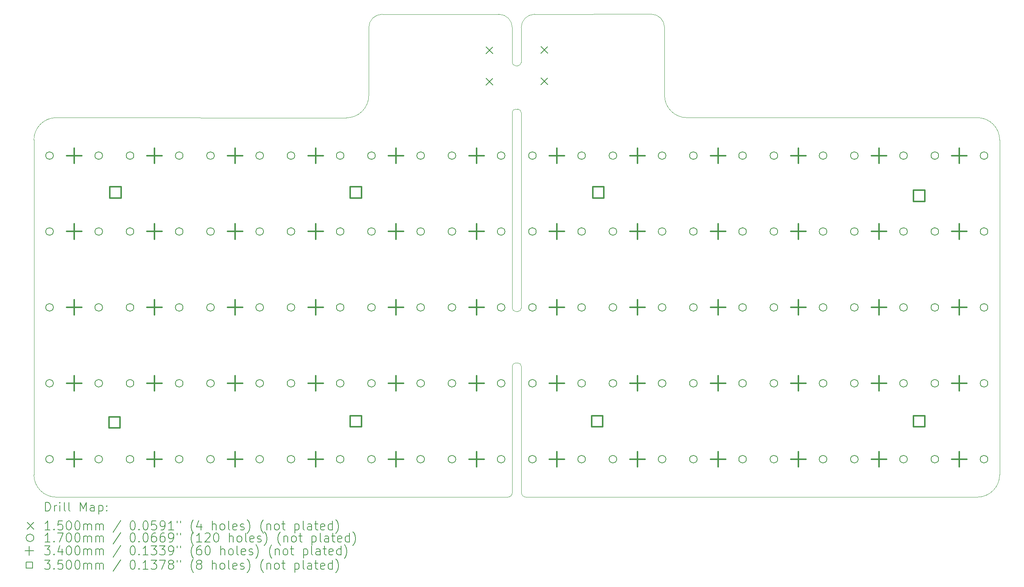
<source format=gbr>
%TF.GenerationSoftware,KiCad,Pcbnew,7.0.9-7.0.9~ubuntu22.04.1*%
%TF.CreationDate,2023-12-21T23:36:55+01:00*%
%TF.ProjectId,basic60,62617369-6336-4302-9e6b-696361645f70,0.1*%
%TF.SameCoordinates,Original*%
%TF.FileFunction,Drillmap*%
%TF.FilePolarity,Positive*%
%FSLAX45Y45*%
G04 Gerber Fmt 4.5, Leading zero omitted, Abs format (unit mm)*
G04 Created by KiCad (PCBNEW 7.0.9-7.0.9~ubuntu22.04.1) date 2023-12-21 23:36:55*
%MOMM*%
%LPD*%
G01*
G04 APERTURE LIST*
%ADD10C,0.100000*%
%ADD11C,0.050000*%
%ADD12C,0.200000*%
%ADD13C,0.150000*%
%ADD14C,0.170000*%
%ADD15C,0.340000*%
%ADD16C,0.350000*%
G04 APERTURE END LIST*
D10*
X12015000Y-2690000D02*
X14624348Y-2690000D01*
X14924349Y-2990651D02*
G75*
G03*
X14624348Y-2690000I-299999J651D01*
G01*
D11*
X14825000Y-13506440D02*
G75*
G03*
X14925000Y-13406447I10J99990D01*
G01*
D10*
X18330000Y-2986779D02*
X18330000Y-4506447D01*
D11*
X15126250Y-10576174D02*
G75*
G03*
X15051248Y-10501270I-75000J-96D01*
G01*
D10*
X18329993Y-4506447D02*
G75*
G03*
X18830000Y-5006447I500007J7D01*
G01*
D11*
X11214746Y-5009746D02*
G75*
G03*
X11715000Y-4509746I261J499993D01*
G01*
X14825000Y-13506447D02*
X4725000Y-13506447D01*
X15126248Y-10576174D02*
X15129872Y-13406575D01*
X25825000Y-5506447D02*
X25825000Y-13006447D01*
X15129873Y-13406575D02*
G75*
G03*
X15229872Y-13506447I99997J125D01*
G01*
D10*
X15051248Y-10501270D02*
X15000000Y-10501270D01*
D11*
X25325000Y-13506450D02*
G75*
G03*
X25825000Y-13006447I0J500000D01*
G01*
X15047662Y-3842502D02*
G75*
G03*
X15122662Y-3767663I-3J75002D01*
G01*
X25825003Y-5506447D02*
G75*
G03*
X25325000Y-5006447I-500003J-3D01*
G01*
X14924348Y-2990651D02*
X14922663Y-3767337D01*
D10*
X15122540Y-4889959D02*
G75*
G03*
X15047541Y-4815000I-75000J-41D01*
G01*
D11*
X18330001Y-2986779D02*
G75*
G03*
X18029667Y-2686780I-300001J-1D01*
G01*
D10*
X15049959Y-9346447D02*
X14999959Y-9346447D01*
D11*
X4225000Y-5506447D02*
X4225000Y-13006447D01*
X14922660Y-3767337D02*
G75*
G03*
X14997663Y-3842500I75000J-163D01*
G01*
D10*
X15122541Y-4889959D02*
X15124959Y-9271405D01*
D11*
X14925000Y-13406447D02*
X14925000Y-10576270D01*
X4725000Y-5006447D02*
X11214746Y-5009746D01*
D10*
X15049959Y-9346449D02*
G75*
G03*
X15124959Y-9271405I1J74999D01*
G01*
D11*
X4225003Y-13006447D02*
G75*
G03*
X4725000Y-13506447I499997J-3D01*
G01*
D10*
X14924959Y-9271488D02*
X14922541Y-4890041D01*
D11*
X11715000Y-4509746D02*
X11715000Y-2990000D01*
D10*
X15000000Y-10501270D02*
G75*
G03*
X14925000Y-10576270I0J-75000D01*
G01*
D11*
X15047541Y-4815000D02*
X14997541Y-4815000D01*
D10*
X12015000Y-2690000D02*
G75*
G03*
X11715000Y-2990000I0J-300000D01*
G01*
D11*
X15424018Y-2689671D02*
G75*
G03*
X15124351Y-2989017I332J-299999D01*
G01*
X14997663Y-3842500D02*
X15047662Y-3842500D01*
X15122662Y-3767663D02*
X15124351Y-2989017D01*
D10*
X14924953Y-9271488D02*
G75*
G03*
X14999959Y-9346447I75007J48D01*
G01*
D11*
X4725000Y-5006447D02*
G75*
G03*
X4225000Y-5506447I0J-500000D01*
G01*
X25325000Y-13506447D02*
X15229872Y-13506447D01*
D10*
X14997541Y-4815001D02*
G75*
G03*
X14922541Y-4890041I-1J-74999D01*
G01*
D11*
X18029667Y-2686780D02*
X15424018Y-2689669D01*
D10*
X18830000Y-5006447D02*
X25325000Y-5006447D01*
D12*
D13*
X14340000Y-3425000D02*
X14490000Y-3575000D01*
X14490000Y-3425000D02*
X14340000Y-3575000D01*
X14340000Y-4125000D02*
X14490000Y-4275000D01*
X14490000Y-4125000D02*
X14340000Y-4275000D01*
X15570000Y-3415000D02*
X15720000Y-3565000D01*
X15720000Y-3415000D02*
X15570000Y-3565000D01*
X15570000Y-4115000D02*
X15720000Y-4265000D01*
X15720000Y-4115000D02*
X15570000Y-4265000D01*
D14*
X4660000Y-5856447D02*
G75*
G03*
X4660000Y-5856447I-85000J0D01*
G01*
X4660000Y-7556447D02*
G75*
G03*
X4660000Y-7556447I-85000J0D01*
G01*
X4660000Y-9256447D02*
G75*
G03*
X4660000Y-9256447I-85000J0D01*
G01*
X4660000Y-10956447D02*
G75*
G03*
X4660000Y-10956447I-85000J0D01*
G01*
X4660000Y-12656447D02*
G75*
G03*
X4660000Y-12656447I-85000J0D01*
G01*
X5760000Y-5856447D02*
G75*
G03*
X5760000Y-5856447I-85000J0D01*
G01*
X5760000Y-7556447D02*
G75*
G03*
X5760000Y-7556447I-85000J0D01*
G01*
X5760000Y-9256447D02*
G75*
G03*
X5760000Y-9256447I-85000J0D01*
G01*
X5760000Y-10956447D02*
G75*
G03*
X5760000Y-10956447I-85000J0D01*
G01*
X5760000Y-12656447D02*
G75*
G03*
X5760000Y-12656447I-85000J0D01*
G01*
X6460000Y-5856447D02*
G75*
G03*
X6460000Y-5856447I-85000J0D01*
G01*
X6460000Y-7556447D02*
G75*
G03*
X6460000Y-7556447I-85000J0D01*
G01*
X6460000Y-9256447D02*
G75*
G03*
X6460000Y-9256447I-85000J0D01*
G01*
X6460000Y-10956447D02*
G75*
G03*
X6460000Y-10956447I-85000J0D01*
G01*
X6460000Y-12656447D02*
G75*
G03*
X6460000Y-12656447I-85000J0D01*
G01*
X7560000Y-5856447D02*
G75*
G03*
X7560000Y-5856447I-85000J0D01*
G01*
X7560000Y-7556447D02*
G75*
G03*
X7560000Y-7556447I-85000J0D01*
G01*
X7560000Y-9256447D02*
G75*
G03*
X7560000Y-9256447I-85000J0D01*
G01*
X7560000Y-10956447D02*
G75*
G03*
X7560000Y-10956447I-85000J0D01*
G01*
X7560000Y-12656447D02*
G75*
G03*
X7560000Y-12656447I-85000J0D01*
G01*
X8260000Y-5856447D02*
G75*
G03*
X8260000Y-5856447I-85000J0D01*
G01*
X8260000Y-7556447D02*
G75*
G03*
X8260000Y-7556447I-85000J0D01*
G01*
X8260000Y-9256447D02*
G75*
G03*
X8260000Y-9256447I-85000J0D01*
G01*
X8260000Y-10956447D02*
G75*
G03*
X8260000Y-10956447I-85000J0D01*
G01*
X8260000Y-12656447D02*
G75*
G03*
X8260000Y-12656447I-85000J0D01*
G01*
X9360000Y-5856447D02*
G75*
G03*
X9360000Y-5856447I-85000J0D01*
G01*
X9360000Y-7556447D02*
G75*
G03*
X9360000Y-7556447I-85000J0D01*
G01*
X9360000Y-9256447D02*
G75*
G03*
X9360000Y-9256447I-85000J0D01*
G01*
X9360000Y-10956447D02*
G75*
G03*
X9360000Y-10956447I-85000J0D01*
G01*
X9360000Y-12656447D02*
G75*
G03*
X9360000Y-12656447I-85000J0D01*
G01*
X10060000Y-5856447D02*
G75*
G03*
X10060000Y-5856447I-85000J0D01*
G01*
X10060000Y-7556447D02*
G75*
G03*
X10060000Y-7556447I-85000J0D01*
G01*
X10060000Y-9256447D02*
G75*
G03*
X10060000Y-9256447I-85000J0D01*
G01*
X10060000Y-10956447D02*
G75*
G03*
X10060000Y-10956447I-85000J0D01*
G01*
X10060000Y-12656447D02*
G75*
G03*
X10060000Y-12656447I-85000J0D01*
G01*
X11160000Y-5856447D02*
G75*
G03*
X11160000Y-5856447I-85000J0D01*
G01*
X11160000Y-7556447D02*
G75*
G03*
X11160000Y-7556447I-85000J0D01*
G01*
X11160000Y-9256447D02*
G75*
G03*
X11160000Y-9256447I-85000J0D01*
G01*
X11160000Y-10956447D02*
G75*
G03*
X11160000Y-10956447I-85000J0D01*
G01*
X11160000Y-12656447D02*
G75*
G03*
X11160000Y-12656447I-85000J0D01*
G01*
X11860000Y-5856447D02*
G75*
G03*
X11860000Y-5856447I-85000J0D01*
G01*
X11860000Y-7556447D02*
G75*
G03*
X11860000Y-7556447I-85000J0D01*
G01*
X11860000Y-9256447D02*
G75*
G03*
X11860000Y-9256447I-85000J0D01*
G01*
X11860000Y-10956447D02*
G75*
G03*
X11860000Y-10956447I-85000J0D01*
G01*
X11860000Y-12656447D02*
G75*
G03*
X11860000Y-12656447I-85000J0D01*
G01*
X12960000Y-5856447D02*
G75*
G03*
X12960000Y-5856447I-85000J0D01*
G01*
X12960000Y-7556447D02*
G75*
G03*
X12960000Y-7556447I-85000J0D01*
G01*
X12960000Y-9256447D02*
G75*
G03*
X12960000Y-9256447I-85000J0D01*
G01*
X12960000Y-10956447D02*
G75*
G03*
X12960000Y-10956447I-85000J0D01*
G01*
X12960000Y-12656447D02*
G75*
G03*
X12960000Y-12656447I-85000J0D01*
G01*
X13660000Y-5856447D02*
G75*
G03*
X13660000Y-5856447I-85000J0D01*
G01*
X13660000Y-7556447D02*
G75*
G03*
X13660000Y-7556447I-85000J0D01*
G01*
X13660000Y-9256447D02*
G75*
G03*
X13660000Y-9256447I-85000J0D01*
G01*
X13660000Y-10956447D02*
G75*
G03*
X13660000Y-10956447I-85000J0D01*
G01*
X13660000Y-12656447D02*
G75*
G03*
X13660000Y-12656447I-85000J0D01*
G01*
X14760000Y-5856447D02*
G75*
G03*
X14760000Y-5856447I-85000J0D01*
G01*
X14760000Y-7556447D02*
G75*
G03*
X14760000Y-7556447I-85000J0D01*
G01*
X14760000Y-9256447D02*
G75*
G03*
X14760000Y-9256447I-85000J0D01*
G01*
X14760000Y-10956447D02*
G75*
G03*
X14760000Y-10956447I-85000J0D01*
G01*
X14760000Y-12656447D02*
G75*
G03*
X14760000Y-12656447I-85000J0D01*
G01*
X15460000Y-5856447D02*
G75*
G03*
X15460000Y-5856447I-85000J0D01*
G01*
X15460000Y-7556447D02*
G75*
G03*
X15460000Y-7556447I-85000J0D01*
G01*
X15460000Y-9256447D02*
G75*
G03*
X15460000Y-9256447I-85000J0D01*
G01*
X15460000Y-10956447D02*
G75*
G03*
X15460000Y-10956447I-85000J0D01*
G01*
X15460000Y-12656447D02*
G75*
G03*
X15460000Y-12656447I-85000J0D01*
G01*
X16560000Y-5856447D02*
G75*
G03*
X16560000Y-5856447I-85000J0D01*
G01*
X16560000Y-7556447D02*
G75*
G03*
X16560000Y-7556447I-85000J0D01*
G01*
X16560000Y-9256447D02*
G75*
G03*
X16560000Y-9256447I-85000J0D01*
G01*
X16560000Y-10956447D02*
G75*
G03*
X16560000Y-10956447I-85000J0D01*
G01*
X16560000Y-12656447D02*
G75*
G03*
X16560000Y-12656447I-85000J0D01*
G01*
X17260000Y-5856447D02*
G75*
G03*
X17260000Y-5856447I-85000J0D01*
G01*
X17260000Y-7556447D02*
G75*
G03*
X17260000Y-7556447I-85000J0D01*
G01*
X17260000Y-9256447D02*
G75*
G03*
X17260000Y-9256447I-85000J0D01*
G01*
X17260000Y-10956447D02*
G75*
G03*
X17260000Y-10956447I-85000J0D01*
G01*
X17260000Y-12656447D02*
G75*
G03*
X17260000Y-12656447I-85000J0D01*
G01*
X18360000Y-5856447D02*
G75*
G03*
X18360000Y-5856447I-85000J0D01*
G01*
X18360000Y-7556447D02*
G75*
G03*
X18360000Y-7556447I-85000J0D01*
G01*
X18360000Y-9256447D02*
G75*
G03*
X18360000Y-9256447I-85000J0D01*
G01*
X18360000Y-10956447D02*
G75*
G03*
X18360000Y-10956447I-85000J0D01*
G01*
X18360000Y-12656447D02*
G75*
G03*
X18360000Y-12656447I-85000J0D01*
G01*
X19060000Y-5856447D02*
G75*
G03*
X19060000Y-5856447I-85000J0D01*
G01*
X19060000Y-7556447D02*
G75*
G03*
X19060000Y-7556447I-85000J0D01*
G01*
X19060000Y-9256447D02*
G75*
G03*
X19060000Y-9256447I-85000J0D01*
G01*
X19060000Y-10956447D02*
G75*
G03*
X19060000Y-10956447I-85000J0D01*
G01*
X19060000Y-12656447D02*
G75*
G03*
X19060000Y-12656447I-85000J0D01*
G01*
X20160000Y-5856447D02*
G75*
G03*
X20160000Y-5856447I-85000J0D01*
G01*
X20160000Y-7556447D02*
G75*
G03*
X20160000Y-7556447I-85000J0D01*
G01*
X20160000Y-9256447D02*
G75*
G03*
X20160000Y-9256447I-85000J0D01*
G01*
X20160000Y-10956447D02*
G75*
G03*
X20160000Y-10956447I-85000J0D01*
G01*
X20160000Y-12656447D02*
G75*
G03*
X20160000Y-12656447I-85000J0D01*
G01*
X20860000Y-5856447D02*
G75*
G03*
X20860000Y-5856447I-85000J0D01*
G01*
X20860000Y-7556447D02*
G75*
G03*
X20860000Y-7556447I-85000J0D01*
G01*
X20860000Y-9256447D02*
G75*
G03*
X20860000Y-9256447I-85000J0D01*
G01*
X20860000Y-10956447D02*
G75*
G03*
X20860000Y-10956447I-85000J0D01*
G01*
X20860000Y-12656447D02*
G75*
G03*
X20860000Y-12656447I-85000J0D01*
G01*
X21960000Y-5856447D02*
G75*
G03*
X21960000Y-5856447I-85000J0D01*
G01*
X21960000Y-7556447D02*
G75*
G03*
X21960000Y-7556447I-85000J0D01*
G01*
X21960000Y-9256447D02*
G75*
G03*
X21960000Y-9256447I-85000J0D01*
G01*
X21960000Y-10956447D02*
G75*
G03*
X21960000Y-10956447I-85000J0D01*
G01*
X21960000Y-12656447D02*
G75*
G03*
X21960000Y-12656447I-85000J0D01*
G01*
X22660000Y-5856447D02*
G75*
G03*
X22660000Y-5856447I-85000J0D01*
G01*
X22660000Y-7556447D02*
G75*
G03*
X22660000Y-7556447I-85000J0D01*
G01*
X22660000Y-9256447D02*
G75*
G03*
X22660000Y-9256447I-85000J0D01*
G01*
X22660000Y-10956447D02*
G75*
G03*
X22660000Y-10956447I-85000J0D01*
G01*
X22660000Y-12656447D02*
G75*
G03*
X22660000Y-12656447I-85000J0D01*
G01*
X23760000Y-5856447D02*
G75*
G03*
X23760000Y-5856447I-85000J0D01*
G01*
X23760000Y-7556447D02*
G75*
G03*
X23760000Y-7556447I-85000J0D01*
G01*
X23760000Y-9256447D02*
G75*
G03*
X23760000Y-9256447I-85000J0D01*
G01*
X23760000Y-10956447D02*
G75*
G03*
X23760000Y-10956447I-85000J0D01*
G01*
X23760000Y-12656447D02*
G75*
G03*
X23760000Y-12656447I-85000J0D01*
G01*
X24460000Y-5856447D02*
G75*
G03*
X24460000Y-5856447I-85000J0D01*
G01*
X24460000Y-7556447D02*
G75*
G03*
X24460000Y-7556447I-85000J0D01*
G01*
X24460000Y-9256447D02*
G75*
G03*
X24460000Y-9256447I-85000J0D01*
G01*
X24460000Y-10956447D02*
G75*
G03*
X24460000Y-10956447I-85000J0D01*
G01*
X24460000Y-12656447D02*
G75*
G03*
X24460000Y-12656447I-85000J0D01*
G01*
X25560000Y-5856447D02*
G75*
G03*
X25560000Y-5856447I-85000J0D01*
G01*
X25560000Y-7556447D02*
G75*
G03*
X25560000Y-7556447I-85000J0D01*
G01*
X25560000Y-9256447D02*
G75*
G03*
X25560000Y-9256447I-85000J0D01*
G01*
X25560000Y-10956447D02*
G75*
G03*
X25560000Y-10956447I-85000J0D01*
G01*
X25560000Y-12656447D02*
G75*
G03*
X25560000Y-12656447I-85000J0D01*
G01*
D15*
X5125000Y-5686447D02*
X5125000Y-6026447D01*
X4955000Y-5856447D02*
X5295000Y-5856447D01*
X5125000Y-7386447D02*
X5125000Y-7726447D01*
X4955000Y-7556447D02*
X5295000Y-7556447D01*
X5125000Y-9086447D02*
X5125000Y-9426447D01*
X4955000Y-9256447D02*
X5295000Y-9256447D01*
X5125000Y-10786447D02*
X5125000Y-11126447D01*
X4955000Y-10956447D02*
X5295000Y-10956447D01*
X5125000Y-12486447D02*
X5125000Y-12826447D01*
X4955000Y-12656447D02*
X5295000Y-12656447D01*
X6925000Y-5686447D02*
X6925000Y-6026447D01*
X6755000Y-5856447D02*
X7095000Y-5856447D01*
X6925000Y-7386447D02*
X6925000Y-7726447D01*
X6755000Y-7556447D02*
X7095000Y-7556447D01*
X6925000Y-9086447D02*
X6925000Y-9426447D01*
X6755000Y-9256447D02*
X7095000Y-9256447D01*
X6925000Y-10786447D02*
X6925000Y-11126447D01*
X6755000Y-10956447D02*
X7095000Y-10956447D01*
X6925000Y-12486447D02*
X6925000Y-12826447D01*
X6755000Y-12656447D02*
X7095000Y-12656447D01*
X8725000Y-5686447D02*
X8725000Y-6026447D01*
X8555000Y-5856447D02*
X8895000Y-5856447D01*
X8725000Y-7386447D02*
X8725000Y-7726447D01*
X8555000Y-7556447D02*
X8895000Y-7556447D01*
X8725000Y-9086447D02*
X8725000Y-9426447D01*
X8555000Y-9256447D02*
X8895000Y-9256447D01*
X8725000Y-10786447D02*
X8725000Y-11126447D01*
X8555000Y-10956447D02*
X8895000Y-10956447D01*
X8725000Y-12486447D02*
X8725000Y-12826447D01*
X8555000Y-12656447D02*
X8895000Y-12656447D01*
X10525000Y-5686447D02*
X10525000Y-6026447D01*
X10355000Y-5856447D02*
X10695000Y-5856447D01*
X10525000Y-7386447D02*
X10525000Y-7726447D01*
X10355000Y-7556447D02*
X10695000Y-7556447D01*
X10525000Y-9086447D02*
X10525000Y-9426447D01*
X10355000Y-9256447D02*
X10695000Y-9256447D01*
X10525000Y-10786447D02*
X10525000Y-11126447D01*
X10355000Y-10956447D02*
X10695000Y-10956447D01*
X10525000Y-12486447D02*
X10525000Y-12826447D01*
X10355000Y-12656447D02*
X10695000Y-12656447D01*
X12325000Y-5686447D02*
X12325000Y-6026447D01*
X12155000Y-5856447D02*
X12495000Y-5856447D01*
X12325000Y-7386447D02*
X12325000Y-7726447D01*
X12155000Y-7556447D02*
X12495000Y-7556447D01*
X12325000Y-9086447D02*
X12325000Y-9426447D01*
X12155000Y-9256447D02*
X12495000Y-9256447D01*
X12325000Y-10786447D02*
X12325000Y-11126447D01*
X12155000Y-10956447D02*
X12495000Y-10956447D01*
X12325000Y-12486447D02*
X12325000Y-12826447D01*
X12155000Y-12656447D02*
X12495000Y-12656447D01*
X14125000Y-5686447D02*
X14125000Y-6026447D01*
X13955000Y-5856447D02*
X14295000Y-5856447D01*
X14125000Y-7386447D02*
X14125000Y-7726447D01*
X13955000Y-7556447D02*
X14295000Y-7556447D01*
X14125000Y-9086447D02*
X14125000Y-9426447D01*
X13955000Y-9256447D02*
X14295000Y-9256447D01*
X14125000Y-10786447D02*
X14125000Y-11126447D01*
X13955000Y-10956447D02*
X14295000Y-10956447D01*
X14125000Y-12486447D02*
X14125000Y-12826447D01*
X13955000Y-12656447D02*
X14295000Y-12656447D01*
X15925000Y-5686447D02*
X15925000Y-6026447D01*
X15755000Y-5856447D02*
X16095000Y-5856447D01*
X15925000Y-7386447D02*
X15925000Y-7726447D01*
X15755000Y-7556447D02*
X16095000Y-7556447D01*
X15925000Y-9086447D02*
X15925000Y-9426447D01*
X15755000Y-9256447D02*
X16095000Y-9256447D01*
X15925000Y-10786447D02*
X15925000Y-11126447D01*
X15755000Y-10956447D02*
X16095000Y-10956447D01*
X15925000Y-12486447D02*
X15925000Y-12826447D01*
X15755000Y-12656447D02*
X16095000Y-12656447D01*
X17725000Y-5686447D02*
X17725000Y-6026447D01*
X17555000Y-5856447D02*
X17895000Y-5856447D01*
X17725000Y-7386447D02*
X17725000Y-7726447D01*
X17555000Y-7556447D02*
X17895000Y-7556447D01*
X17725000Y-9086447D02*
X17725000Y-9426447D01*
X17555000Y-9256447D02*
X17895000Y-9256447D01*
X17725000Y-10786447D02*
X17725000Y-11126447D01*
X17555000Y-10956447D02*
X17895000Y-10956447D01*
X17725000Y-12486447D02*
X17725000Y-12826447D01*
X17555000Y-12656447D02*
X17895000Y-12656447D01*
X19525000Y-5686447D02*
X19525000Y-6026447D01*
X19355000Y-5856447D02*
X19695000Y-5856447D01*
X19525000Y-7386447D02*
X19525000Y-7726447D01*
X19355000Y-7556447D02*
X19695000Y-7556447D01*
X19525000Y-9086447D02*
X19525000Y-9426447D01*
X19355000Y-9256447D02*
X19695000Y-9256447D01*
X19525000Y-10786447D02*
X19525000Y-11126447D01*
X19355000Y-10956447D02*
X19695000Y-10956447D01*
X19525000Y-12486447D02*
X19525000Y-12826447D01*
X19355000Y-12656447D02*
X19695000Y-12656447D01*
X21325000Y-5686447D02*
X21325000Y-6026447D01*
X21155000Y-5856447D02*
X21495000Y-5856447D01*
X21325000Y-7386447D02*
X21325000Y-7726447D01*
X21155000Y-7556447D02*
X21495000Y-7556447D01*
X21325000Y-9086447D02*
X21325000Y-9426447D01*
X21155000Y-9256447D02*
X21495000Y-9256447D01*
X21325000Y-10786447D02*
X21325000Y-11126447D01*
X21155000Y-10956447D02*
X21495000Y-10956447D01*
X21325000Y-12486447D02*
X21325000Y-12826447D01*
X21155000Y-12656447D02*
X21495000Y-12656447D01*
X23125000Y-5686447D02*
X23125000Y-6026447D01*
X22955000Y-5856447D02*
X23295000Y-5856447D01*
X23125000Y-7386447D02*
X23125000Y-7726447D01*
X22955000Y-7556447D02*
X23295000Y-7556447D01*
X23125000Y-9086447D02*
X23125000Y-9426447D01*
X22955000Y-9256447D02*
X23295000Y-9256447D01*
X23125000Y-10786447D02*
X23125000Y-11126447D01*
X22955000Y-10956447D02*
X23295000Y-10956447D01*
X23125000Y-12486447D02*
X23125000Y-12826447D01*
X22955000Y-12656447D02*
X23295000Y-12656447D01*
X24925000Y-5686447D02*
X24925000Y-6026447D01*
X24755000Y-5856447D02*
X25095000Y-5856447D01*
X24925000Y-7386447D02*
X24925000Y-7726447D01*
X24755000Y-7556447D02*
X25095000Y-7556447D01*
X24925000Y-9086447D02*
X24925000Y-9426447D01*
X24755000Y-9256447D02*
X25095000Y-9256447D01*
X24925000Y-10786447D02*
X24925000Y-11126447D01*
X24755000Y-10956447D02*
X25095000Y-10956447D01*
X24925000Y-12486447D02*
X24925000Y-12826447D01*
X24755000Y-12656447D02*
X25095000Y-12656447D01*
D16*
X6148745Y-11955191D02*
X6148745Y-11707702D01*
X5901255Y-11707702D01*
X5901255Y-11955191D01*
X6148745Y-11955191D01*
X6173745Y-6805191D02*
X6173745Y-6557702D01*
X5926255Y-6557702D01*
X5926255Y-6805191D01*
X6173745Y-6805191D01*
X11548745Y-6805191D02*
X11548745Y-6557702D01*
X11301255Y-6557702D01*
X11301255Y-6805191D01*
X11548745Y-6805191D01*
X11548745Y-11930191D02*
X11548745Y-11682702D01*
X11301255Y-11682702D01*
X11301255Y-11930191D01*
X11548745Y-11930191D01*
X16948745Y-11930191D02*
X16948745Y-11682702D01*
X16701255Y-11682702D01*
X16701255Y-11930191D01*
X16948745Y-11930191D01*
X16973745Y-6805191D02*
X16973745Y-6557702D01*
X16726255Y-6557702D01*
X16726255Y-6805191D01*
X16973745Y-6805191D01*
X24148745Y-6880191D02*
X24148745Y-6632702D01*
X23901255Y-6632702D01*
X23901255Y-6880191D01*
X24148745Y-6880191D01*
X24148745Y-11930191D02*
X24148745Y-11682702D01*
X23901255Y-11682702D01*
X23901255Y-11930191D01*
X24148745Y-11930191D01*
D12*
X4483277Y-13820430D02*
X4483277Y-13620430D01*
X4483277Y-13620430D02*
X4530896Y-13620430D01*
X4530896Y-13620430D02*
X4559467Y-13629954D01*
X4559467Y-13629954D02*
X4578515Y-13649002D01*
X4578515Y-13649002D02*
X4588039Y-13668049D01*
X4588039Y-13668049D02*
X4597563Y-13706145D01*
X4597563Y-13706145D02*
X4597563Y-13734716D01*
X4597563Y-13734716D02*
X4588039Y-13772811D01*
X4588039Y-13772811D02*
X4578515Y-13791859D01*
X4578515Y-13791859D02*
X4559467Y-13810907D01*
X4559467Y-13810907D02*
X4530896Y-13820430D01*
X4530896Y-13820430D02*
X4483277Y-13820430D01*
X4683277Y-13820430D02*
X4683277Y-13687097D01*
X4683277Y-13725192D02*
X4692801Y-13706145D01*
X4692801Y-13706145D02*
X4702324Y-13696621D01*
X4702324Y-13696621D02*
X4721372Y-13687097D01*
X4721372Y-13687097D02*
X4740420Y-13687097D01*
X4807086Y-13820430D02*
X4807086Y-13687097D01*
X4807086Y-13620430D02*
X4797563Y-13629954D01*
X4797563Y-13629954D02*
X4807086Y-13639478D01*
X4807086Y-13639478D02*
X4816610Y-13629954D01*
X4816610Y-13629954D02*
X4807086Y-13620430D01*
X4807086Y-13620430D02*
X4807086Y-13639478D01*
X4930896Y-13820430D02*
X4911848Y-13810907D01*
X4911848Y-13810907D02*
X4902324Y-13791859D01*
X4902324Y-13791859D02*
X4902324Y-13620430D01*
X5035658Y-13820430D02*
X5016610Y-13810907D01*
X5016610Y-13810907D02*
X5007086Y-13791859D01*
X5007086Y-13791859D02*
X5007086Y-13620430D01*
X5264229Y-13820430D02*
X5264229Y-13620430D01*
X5264229Y-13620430D02*
X5330896Y-13763287D01*
X5330896Y-13763287D02*
X5397563Y-13620430D01*
X5397563Y-13620430D02*
X5397563Y-13820430D01*
X5578515Y-13820430D02*
X5578515Y-13715668D01*
X5578515Y-13715668D02*
X5568991Y-13696621D01*
X5568991Y-13696621D02*
X5549944Y-13687097D01*
X5549944Y-13687097D02*
X5511848Y-13687097D01*
X5511848Y-13687097D02*
X5492801Y-13696621D01*
X5578515Y-13810907D02*
X5559467Y-13820430D01*
X5559467Y-13820430D02*
X5511848Y-13820430D01*
X5511848Y-13820430D02*
X5492801Y-13810907D01*
X5492801Y-13810907D02*
X5483277Y-13791859D01*
X5483277Y-13791859D02*
X5483277Y-13772811D01*
X5483277Y-13772811D02*
X5492801Y-13753764D01*
X5492801Y-13753764D02*
X5511848Y-13744240D01*
X5511848Y-13744240D02*
X5559467Y-13744240D01*
X5559467Y-13744240D02*
X5578515Y-13734716D01*
X5673753Y-13687097D02*
X5673753Y-13887097D01*
X5673753Y-13696621D02*
X5692801Y-13687097D01*
X5692801Y-13687097D02*
X5730896Y-13687097D01*
X5730896Y-13687097D02*
X5749943Y-13696621D01*
X5749943Y-13696621D02*
X5759467Y-13706145D01*
X5759467Y-13706145D02*
X5768991Y-13725192D01*
X5768991Y-13725192D02*
X5768991Y-13782335D01*
X5768991Y-13782335D02*
X5759467Y-13801383D01*
X5759467Y-13801383D02*
X5749943Y-13810907D01*
X5749943Y-13810907D02*
X5730896Y-13820430D01*
X5730896Y-13820430D02*
X5692801Y-13820430D01*
X5692801Y-13820430D02*
X5673753Y-13810907D01*
X5854705Y-13801383D02*
X5864229Y-13810907D01*
X5864229Y-13810907D02*
X5854705Y-13820430D01*
X5854705Y-13820430D02*
X5845182Y-13810907D01*
X5845182Y-13810907D02*
X5854705Y-13801383D01*
X5854705Y-13801383D02*
X5854705Y-13820430D01*
X5854705Y-13696621D02*
X5864229Y-13706145D01*
X5864229Y-13706145D02*
X5854705Y-13715668D01*
X5854705Y-13715668D02*
X5845182Y-13706145D01*
X5845182Y-13706145D02*
X5854705Y-13696621D01*
X5854705Y-13696621D02*
X5854705Y-13715668D01*
D13*
X4072500Y-14073947D02*
X4222500Y-14223947D01*
X4222500Y-14073947D02*
X4072500Y-14223947D01*
D12*
X4588039Y-14240430D02*
X4473753Y-14240430D01*
X4530896Y-14240430D02*
X4530896Y-14040430D01*
X4530896Y-14040430D02*
X4511848Y-14069002D01*
X4511848Y-14069002D02*
X4492801Y-14088049D01*
X4492801Y-14088049D02*
X4473753Y-14097573D01*
X4673753Y-14221383D02*
X4683277Y-14230907D01*
X4683277Y-14230907D02*
X4673753Y-14240430D01*
X4673753Y-14240430D02*
X4664229Y-14230907D01*
X4664229Y-14230907D02*
X4673753Y-14221383D01*
X4673753Y-14221383D02*
X4673753Y-14240430D01*
X4864229Y-14040430D02*
X4768991Y-14040430D01*
X4768991Y-14040430D02*
X4759467Y-14135668D01*
X4759467Y-14135668D02*
X4768991Y-14126145D01*
X4768991Y-14126145D02*
X4788039Y-14116621D01*
X4788039Y-14116621D02*
X4835658Y-14116621D01*
X4835658Y-14116621D02*
X4854705Y-14126145D01*
X4854705Y-14126145D02*
X4864229Y-14135668D01*
X4864229Y-14135668D02*
X4873753Y-14154716D01*
X4873753Y-14154716D02*
X4873753Y-14202335D01*
X4873753Y-14202335D02*
X4864229Y-14221383D01*
X4864229Y-14221383D02*
X4854705Y-14230907D01*
X4854705Y-14230907D02*
X4835658Y-14240430D01*
X4835658Y-14240430D02*
X4788039Y-14240430D01*
X4788039Y-14240430D02*
X4768991Y-14230907D01*
X4768991Y-14230907D02*
X4759467Y-14221383D01*
X4997563Y-14040430D02*
X5016610Y-14040430D01*
X5016610Y-14040430D02*
X5035658Y-14049954D01*
X5035658Y-14049954D02*
X5045182Y-14059478D01*
X5045182Y-14059478D02*
X5054705Y-14078526D01*
X5054705Y-14078526D02*
X5064229Y-14116621D01*
X5064229Y-14116621D02*
X5064229Y-14164240D01*
X5064229Y-14164240D02*
X5054705Y-14202335D01*
X5054705Y-14202335D02*
X5045182Y-14221383D01*
X5045182Y-14221383D02*
X5035658Y-14230907D01*
X5035658Y-14230907D02*
X5016610Y-14240430D01*
X5016610Y-14240430D02*
X4997563Y-14240430D01*
X4997563Y-14240430D02*
X4978515Y-14230907D01*
X4978515Y-14230907D02*
X4968991Y-14221383D01*
X4968991Y-14221383D02*
X4959467Y-14202335D01*
X4959467Y-14202335D02*
X4949944Y-14164240D01*
X4949944Y-14164240D02*
X4949944Y-14116621D01*
X4949944Y-14116621D02*
X4959467Y-14078526D01*
X4959467Y-14078526D02*
X4968991Y-14059478D01*
X4968991Y-14059478D02*
X4978515Y-14049954D01*
X4978515Y-14049954D02*
X4997563Y-14040430D01*
X5188039Y-14040430D02*
X5207086Y-14040430D01*
X5207086Y-14040430D02*
X5226134Y-14049954D01*
X5226134Y-14049954D02*
X5235658Y-14059478D01*
X5235658Y-14059478D02*
X5245182Y-14078526D01*
X5245182Y-14078526D02*
X5254705Y-14116621D01*
X5254705Y-14116621D02*
X5254705Y-14164240D01*
X5254705Y-14164240D02*
X5245182Y-14202335D01*
X5245182Y-14202335D02*
X5235658Y-14221383D01*
X5235658Y-14221383D02*
X5226134Y-14230907D01*
X5226134Y-14230907D02*
X5207086Y-14240430D01*
X5207086Y-14240430D02*
X5188039Y-14240430D01*
X5188039Y-14240430D02*
X5168991Y-14230907D01*
X5168991Y-14230907D02*
X5159467Y-14221383D01*
X5159467Y-14221383D02*
X5149944Y-14202335D01*
X5149944Y-14202335D02*
X5140420Y-14164240D01*
X5140420Y-14164240D02*
X5140420Y-14116621D01*
X5140420Y-14116621D02*
X5149944Y-14078526D01*
X5149944Y-14078526D02*
X5159467Y-14059478D01*
X5159467Y-14059478D02*
X5168991Y-14049954D01*
X5168991Y-14049954D02*
X5188039Y-14040430D01*
X5340420Y-14240430D02*
X5340420Y-14107097D01*
X5340420Y-14126145D02*
X5349944Y-14116621D01*
X5349944Y-14116621D02*
X5368991Y-14107097D01*
X5368991Y-14107097D02*
X5397563Y-14107097D01*
X5397563Y-14107097D02*
X5416610Y-14116621D01*
X5416610Y-14116621D02*
X5426134Y-14135668D01*
X5426134Y-14135668D02*
X5426134Y-14240430D01*
X5426134Y-14135668D02*
X5435658Y-14116621D01*
X5435658Y-14116621D02*
X5454705Y-14107097D01*
X5454705Y-14107097D02*
X5483277Y-14107097D01*
X5483277Y-14107097D02*
X5502325Y-14116621D01*
X5502325Y-14116621D02*
X5511848Y-14135668D01*
X5511848Y-14135668D02*
X5511848Y-14240430D01*
X5607086Y-14240430D02*
X5607086Y-14107097D01*
X5607086Y-14126145D02*
X5616610Y-14116621D01*
X5616610Y-14116621D02*
X5635658Y-14107097D01*
X5635658Y-14107097D02*
X5664229Y-14107097D01*
X5664229Y-14107097D02*
X5683277Y-14116621D01*
X5683277Y-14116621D02*
X5692801Y-14135668D01*
X5692801Y-14135668D02*
X5692801Y-14240430D01*
X5692801Y-14135668D02*
X5702324Y-14116621D01*
X5702324Y-14116621D02*
X5721372Y-14107097D01*
X5721372Y-14107097D02*
X5749943Y-14107097D01*
X5749943Y-14107097D02*
X5768991Y-14116621D01*
X5768991Y-14116621D02*
X5778515Y-14135668D01*
X5778515Y-14135668D02*
X5778515Y-14240430D01*
X6168991Y-14030907D02*
X5997563Y-14288049D01*
X6426134Y-14040430D02*
X6445182Y-14040430D01*
X6445182Y-14040430D02*
X6464229Y-14049954D01*
X6464229Y-14049954D02*
X6473753Y-14059478D01*
X6473753Y-14059478D02*
X6483277Y-14078526D01*
X6483277Y-14078526D02*
X6492801Y-14116621D01*
X6492801Y-14116621D02*
X6492801Y-14164240D01*
X6492801Y-14164240D02*
X6483277Y-14202335D01*
X6483277Y-14202335D02*
X6473753Y-14221383D01*
X6473753Y-14221383D02*
X6464229Y-14230907D01*
X6464229Y-14230907D02*
X6445182Y-14240430D01*
X6445182Y-14240430D02*
X6426134Y-14240430D01*
X6426134Y-14240430D02*
X6407086Y-14230907D01*
X6407086Y-14230907D02*
X6397563Y-14221383D01*
X6397563Y-14221383D02*
X6388039Y-14202335D01*
X6388039Y-14202335D02*
X6378515Y-14164240D01*
X6378515Y-14164240D02*
X6378515Y-14116621D01*
X6378515Y-14116621D02*
X6388039Y-14078526D01*
X6388039Y-14078526D02*
X6397563Y-14059478D01*
X6397563Y-14059478D02*
X6407086Y-14049954D01*
X6407086Y-14049954D02*
X6426134Y-14040430D01*
X6578515Y-14221383D02*
X6588039Y-14230907D01*
X6588039Y-14230907D02*
X6578515Y-14240430D01*
X6578515Y-14240430D02*
X6568991Y-14230907D01*
X6568991Y-14230907D02*
X6578515Y-14221383D01*
X6578515Y-14221383D02*
X6578515Y-14240430D01*
X6711848Y-14040430D02*
X6730896Y-14040430D01*
X6730896Y-14040430D02*
X6749944Y-14049954D01*
X6749944Y-14049954D02*
X6759467Y-14059478D01*
X6759467Y-14059478D02*
X6768991Y-14078526D01*
X6768991Y-14078526D02*
X6778515Y-14116621D01*
X6778515Y-14116621D02*
X6778515Y-14164240D01*
X6778515Y-14164240D02*
X6768991Y-14202335D01*
X6768991Y-14202335D02*
X6759467Y-14221383D01*
X6759467Y-14221383D02*
X6749944Y-14230907D01*
X6749944Y-14230907D02*
X6730896Y-14240430D01*
X6730896Y-14240430D02*
X6711848Y-14240430D01*
X6711848Y-14240430D02*
X6692801Y-14230907D01*
X6692801Y-14230907D02*
X6683277Y-14221383D01*
X6683277Y-14221383D02*
X6673753Y-14202335D01*
X6673753Y-14202335D02*
X6664229Y-14164240D01*
X6664229Y-14164240D02*
X6664229Y-14116621D01*
X6664229Y-14116621D02*
X6673753Y-14078526D01*
X6673753Y-14078526D02*
X6683277Y-14059478D01*
X6683277Y-14059478D02*
X6692801Y-14049954D01*
X6692801Y-14049954D02*
X6711848Y-14040430D01*
X6959467Y-14040430D02*
X6864229Y-14040430D01*
X6864229Y-14040430D02*
X6854706Y-14135668D01*
X6854706Y-14135668D02*
X6864229Y-14126145D01*
X6864229Y-14126145D02*
X6883277Y-14116621D01*
X6883277Y-14116621D02*
X6930896Y-14116621D01*
X6930896Y-14116621D02*
X6949944Y-14126145D01*
X6949944Y-14126145D02*
X6959467Y-14135668D01*
X6959467Y-14135668D02*
X6968991Y-14154716D01*
X6968991Y-14154716D02*
X6968991Y-14202335D01*
X6968991Y-14202335D02*
X6959467Y-14221383D01*
X6959467Y-14221383D02*
X6949944Y-14230907D01*
X6949944Y-14230907D02*
X6930896Y-14240430D01*
X6930896Y-14240430D02*
X6883277Y-14240430D01*
X6883277Y-14240430D02*
X6864229Y-14230907D01*
X6864229Y-14230907D02*
X6854706Y-14221383D01*
X7064229Y-14240430D02*
X7102325Y-14240430D01*
X7102325Y-14240430D02*
X7121372Y-14230907D01*
X7121372Y-14230907D02*
X7130896Y-14221383D01*
X7130896Y-14221383D02*
X7149944Y-14192811D01*
X7149944Y-14192811D02*
X7159467Y-14154716D01*
X7159467Y-14154716D02*
X7159467Y-14078526D01*
X7159467Y-14078526D02*
X7149944Y-14059478D01*
X7149944Y-14059478D02*
X7140420Y-14049954D01*
X7140420Y-14049954D02*
X7121372Y-14040430D01*
X7121372Y-14040430D02*
X7083277Y-14040430D01*
X7083277Y-14040430D02*
X7064229Y-14049954D01*
X7064229Y-14049954D02*
X7054706Y-14059478D01*
X7054706Y-14059478D02*
X7045182Y-14078526D01*
X7045182Y-14078526D02*
X7045182Y-14126145D01*
X7045182Y-14126145D02*
X7054706Y-14145192D01*
X7054706Y-14145192D02*
X7064229Y-14154716D01*
X7064229Y-14154716D02*
X7083277Y-14164240D01*
X7083277Y-14164240D02*
X7121372Y-14164240D01*
X7121372Y-14164240D02*
X7140420Y-14154716D01*
X7140420Y-14154716D02*
X7149944Y-14145192D01*
X7149944Y-14145192D02*
X7159467Y-14126145D01*
X7349944Y-14240430D02*
X7235658Y-14240430D01*
X7292801Y-14240430D02*
X7292801Y-14040430D01*
X7292801Y-14040430D02*
X7273753Y-14069002D01*
X7273753Y-14069002D02*
X7254706Y-14088049D01*
X7254706Y-14088049D02*
X7235658Y-14097573D01*
X7426134Y-14040430D02*
X7426134Y-14078526D01*
X7502325Y-14040430D02*
X7502325Y-14078526D01*
X7797563Y-14316621D02*
X7788039Y-14307097D01*
X7788039Y-14307097D02*
X7768991Y-14278526D01*
X7768991Y-14278526D02*
X7759468Y-14259478D01*
X7759468Y-14259478D02*
X7749944Y-14230907D01*
X7749944Y-14230907D02*
X7740420Y-14183287D01*
X7740420Y-14183287D02*
X7740420Y-14145192D01*
X7740420Y-14145192D02*
X7749944Y-14097573D01*
X7749944Y-14097573D02*
X7759468Y-14069002D01*
X7759468Y-14069002D02*
X7768991Y-14049954D01*
X7768991Y-14049954D02*
X7788039Y-14021383D01*
X7788039Y-14021383D02*
X7797563Y-14011859D01*
X7959468Y-14107097D02*
X7959468Y-14240430D01*
X7911848Y-14030907D02*
X7864229Y-14173764D01*
X7864229Y-14173764D02*
X7988039Y-14173764D01*
X8216610Y-14240430D02*
X8216610Y-14040430D01*
X8302325Y-14240430D02*
X8302325Y-14135668D01*
X8302325Y-14135668D02*
X8292801Y-14116621D01*
X8292801Y-14116621D02*
X8273753Y-14107097D01*
X8273753Y-14107097D02*
X8245182Y-14107097D01*
X8245182Y-14107097D02*
X8226134Y-14116621D01*
X8226134Y-14116621D02*
X8216610Y-14126145D01*
X8426134Y-14240430D02*
X8407087Y-14230907D01*
X8407087Y-14230907D02*
X8397563Y-14221383D01*
X8397563Y-14221383D02*
X8388039Y-14202335D01*
X8388039Y-14202335D02*
X8388039Y-14145192D01*
X8388039Y-14145192D02*
X8397563Y-14126145D01*
X8397563Y-14126145D02*
X8407087Y-14116621D01*
X8407087Y-14116621D02*
X8426134Y-14107097D01*
X8426134Y-14107097D02*
X8454706Y-14107097D01*
X8454706Y-14107097D02*
X8473753Y-14116621D01*
X8473753Y-14116621D02*
X8483277Y-14126145D01*
X8483277Y-14126145D02*
X8492801Y-14145192D01*
X8492801Y-14145192D02*
X8492801Y-14202335D01*
X8492801Y-14202335D02*
X8483277Y-14221383D01*
X8483277Y-14221383D02*
X8473753Y-14230907D01*
X8473753Y-14230907D02*
X8454706Y-14240430D01*
X8454706Y-14240430D02*
X8426134Y-14240430D01*
X8607087Y-14240430D02*
X8588039Y-14230907D01*
X8588039Y-14230907D02*
X8578515Y-14211859D01*
X8578515Y-14211859D02*
X8578515Y-14040430D01*
X8759468Y-14230907D02*
X8740420Y-14240430D01*
X8740420Y-14240430D02*
X8702325Y-14240430D01*
X8702325Y-14240430D02*
X8683277Y-14230907D01*
X8683277Y-14230907D02*
X8673753Y-14211859D01*
X8673753Y-14211859D02*
X8673753Y-14135668D01*
X8673753Y-14135668D02*
X8683277Y-14116621D01*
X8683277Y-14116621D02*
X8702325Y-14107097D01*
X8702325Y-14107097D02*
X8740420Y-14107097D01*
X8740420Y-14107097D02*
X8759468Y-14116621D01*
X8759468Y-14116621D02*
X8768992Y-14135668D01*
X8768992Y-14135668D02*
X8768992Y-14154716D01*
X8768992Y-14154716D02*
X8673753Y-14173764D01*
X8845182Y-14230907D02*
X8864230Y-14240430D01*
X8864230Y-14240430D02*
X8902325Y-14240430D01*
X8902325Y-14240430D02*
X8921373Y-14230907D01*
X8921373Y-14230907D02*
X8930896Y-14211859D01*
X8930896Y-14211859D02*
X8930896Y-14202335D01*
X8930896Y-14202335D02*
X8921373Y-14183287D01*
X8921373Y-14183287D02*
X8902325Y-14173764D01*
X8902325Y-14173764D02*
X8873753Y-14173764D01*
X8873753Y-14173764D02*
X8854706Y-14164240D01*
X8854706Y-14164240D02*
X8845182Y-14145192D01*
X8845182Y-14145192D02*
X8845182Y-14135668D01*
X8845182Y-14135668D02*
X8854706Y-14116621D01*
X8854706Y-14116621D02*
X8873753Y-14107097D01*
X8873753Y-14107097D02*
X8902325Y-14107097D01*
X8902325Y-14107097D02*
X8921373Y-14116621D01*
X8997563Y-14316621D02*
X9007087Y-14307097D01*
X9007087Y-14307097D02*
X9026134Y-14278526D01*
X9026134Y-14278526D02*
X9035658Y-14259478D01*
X9035658Y-14259478D02*
X9045182Y-14230907D01*
X9045182Y-14230907D02*
X9054706Y-14183287D01*
X9054706Y-14183287D02*
X9054706Y-14145192D01*
X9054706Y-14145192D02*
X9045182Y-14097573D01*
X9045182Y-14097573D02*
X9035658Y-14069002D01*
X9035658Y-14069002D02*
X9026134Y-14049954D01*
X9026134Y-14049954D02*
X9007087Y-14021383D01*
X9007087Y-14021383D02*
X8997563Y-14011859D01*
X9359468Y-14316621D02*
X9349944Y-14307097D01*
X9349944Y-14307097D02*
X9330896Y-14278526D01*
X9330896Y-14278526D02*
X9321373Y-14259478D01*
X9321373Y-14259478D02*
X9311849Y-14230907D01*
X9311849Y-14230907D02*
X9302325Y-14183287D01*
X9302325Y-14183287D02*
X9302325Y-14145192D01*
X9302325Y-14145192D02*
X9311849Y-14097573D01*
X9311849Y-14097573D02*
X9321373Y-14069002D01*
X9321373Y-14069002D02*
X9330896Y-14049954D01*
X9330896Y-14049954D02*
X9349944Y-14021383D01*
X9349944Y-14021383D02*
X9359468Y-14011859D01*
X9435658Y-14107097D02*
X9435658Y-14240430D01*
X9435658Y-14126145D02*
X9445182Y-14116621D01*
X9445182Y-14116621D02*
X9464230Y-14107097D01*
X9464230Y-14107097D02*
X9492801Y-14107097D01*
X9492801Y-14107097D02*
X9511849Y-14116621D01*
X9511849Y-14116621D02*
X9521373Y-14135668D01*
X9521373Y-14135668D02*
X9521373Y-14240430D01*
X9645182Y-14240430D02*
X9626134Y-14230907D01*
X9626134Y-14230907D02*
X9616611Y-14221383D01*
X9616611Y-14221383D02*
X9607087Y-14202335D01*
X9607087Y-14202335D02*
X9607087Y-14145192D01*
X9607087Y-14145192D02*
X9616611Y-14126145D01*
X9616611Y-14126145D02*
X9626134Y-14116621D01*
X9626134Y-14116621D02*
X9645182Y-14107097D01*
X9645182Y-14107097D02*
X9673754Y-14107097D01*
X9673754Y-14107097D02*
X9692801Y-14116621D01*
X9692801Y-14116621D02*
X9702325Y-14126145D01*
X9702325Y-14126145D02*
X9711849Y-14145192D01*
X9711849Y-14145192D02*
X9711849Y-14202335D01*
X9711849Y-14202335D02*
X9702325Y-14221383D01*
X9702325Y-14221383D02*
X9692801Y-14230907D01*
X9692801Y-14230907D02*
X9673754Y-14240430D01*
X9673754Y-14240430D02*
X9645182Y-14240430D01*
X9768992Y-14107097D02*
X9845182Y-14107097D01*
X9797563Y-14040430D02*
X9797563Y-14211859D01*
X9797563Y-14211859D02*
X9807087Y-14230907D01*
X9807087Y-14230907D02*
X9826134Y-14240430D01*
X9826134Y-14240430D02*
X9845182Y-14240430D01*
X10064230Y-14107097D02*
X10064230Y-14307097D01*
X10064230Y-14116621D02*
X10083277Y-14107097D01*
X10083277Y-14107097D02*
X10121373Y-14107097D01*
X10121373Y-14107097D02*
X10140420Y-14116621D01*
X10140420Y-14116621D02*
X10149944Y-14126145D01*
X10149944Y-14126145D02*
X10159468Y-14145192D01*
X10159468Y-14145192D02*
X10159468Y-14202335D01*
X10159468Y-14202335D02*
X10149944Y-14221383D01*
X10149944Y-14221383D02*
X10140420Y-14230907D01*
X10140420Y-14230907D02*
X10121373Y-14240430D01*
X10121373Y-14240430D02*
X10083277Y-14240430D01*
X10083277Y-14240430D02*
X10064230Y-14230907D01*
X10273754Y-14240430D02*
X10254706Y-14230907D01*
X10254706Y-14230907D02*
X10245182Y-14211859D01*
X10245182Y-14211859D02*
X10245182Y-14040430D01*
X10435658Y-14240430D02*
X10435658Y-14135668D01*
X10435658Y-14135668D02*
X10426135Y-14116621D01*
X10426135Y-14116621D02*
X10407087Y-14107097D01*
X10407087Y-14107097D02*
X10368992Y-14107097D01*
X10368992Y-14107097D02*
X10349944Y-14116621D01*
X10435658Y-14230907D02*
X10416611Y-14240430D01*
X10416611Y-14240430D02*
X10368992Y-14240430D01*
X10368992Y-14240430D02*
X10349944Y-14230907D01*
X10349944Y-14230907D02*
X10340420Y-14211859D01*
X10340420Y-14211859D02*
X10340420Y-14192811D01*
X10340420Y-14192811D02*
X10349944Y-14173764D01*
X10349944Y-14173764D02*
X10368992Y-14164240D01*
X10368992Y-14164240D02*
X10416611Y-14164240D01*
X10416611Y-14164240D02*
X10435658Y-14154716D01*
X10502325Y-14107097D02*
X10578515Y-14107097D01*
X10530896Y-14040430D02*
X10530896Y-14211859D01*
X10530896Y-14211859D02*
X10540420Y-14230907D01*
X10540420Y-14230907D02*
X10559468Y-14240430D01*
X10559468Y-14240430D02*
X10578515Y-14240430D01*
X10721373Y-14230907D02*
X10702325Y-14240430D01*
X10702325Y-14240430D02*
X10664230Y-14240430D01*
X10664230Y-14240430D02*
X10645182Y-14230907D01*
X10645182Y-14230907D02*
X10635658Y-14211859D01*
X10635658Y-14211859D02*
X10635658Y-14135668D01*
X10635658Y-14135668D02*
X10645182Y-14116621D01*
X10645182Y-14116621D02*
X10664230Y-14107097D01*
X10664230Y-14107097D02*
X10702325Y-14107097D01*
X10702325Y-14107097D02*
X10721373Y-14116621D01*
X10721373Y-14116621D02*
X10730896Y-14135668D01*
X10730896Y-14135668D02*
X10730896Y-14154716D01*
X10730896Y-14154716D02*
X10635658Y-14173764D01*
X10902325Y-14240430D02*
X10902325Y-14040430D01*
X10902325Y-14230907D02*
X10883277Y-14240430D01*
X10883277Y-14240430D02*
X10845182Y-14240430D01*
X10845182Y-14240430D02*
X10826135Y-14230907D01*
X10826135Y-14230907D02*
X10816611Y-14221383D01*
X10816611Y-14221383D02*
X10807087Y-14202335D01*
X10807087Y-14202335D02*
X10807087Y-14145192D01*
X10807087Y-14145192D02*
X10816611Y-14126145D01*
X10816611Y-14126145D02*
X10826135Y-14116621D01*
X10826135Y-14116621D02*
X10845182Y-14107097D01*
X10845182Y-14107097D02*
X10883277Y-14107097D01*
X10883277Y-14107097D02*
X10902325Y-14116621D01*
X10978516Y-14316621D02*
X10988039Y-14307097D01*
X10988039Y-14307097D02*
X11007087Y-14278526D01*
X11007087Y-14278526D02*
X11016611Y-14259478D01*
X11016611Y-14259478D02*
X11026135Y-14230907D01*
X11026135Y-14230907D02*
X11035658Y-14183287D01*
X11035658Y-14183287D02*
X11035658Y-14145192D01*
X11035658Y-14145192D02*
X11026135Y-14097573D01*
X11026135Y-14097573D02*
X11016611Y-14069002D01*
X11016611Y-14069002D02*
X11007087Y-14049954D01*
X11007087Y-14049954D02*
X10988039Y-14021383D01*
X10988039Y-14021383D02*
X10978516Y-14011859D01*
D14*
X4222500Y-14418947D02*
G75*
G03*
X4222500Y-14418947I-85000J0D01*
G01*
D12*
X4588039Y-14510430D02*
X4473753Y-14510430D01*
X4530896Y-14510430D02*
X4530896Y-14310430D01*
X4530896Y-14310430D02*
X4511848Y-14339002D01*
X4511848Y-14339002D02*
X4492801Y-14358049D01*
X4492801Y-14358049D02*
X4473753Y-14367573D01*
X4673753Y-14491383D02*
X4683277Y-14500907D01*
X4683277Y-14500907D02*
X4673753Y-14510430D01*
X4673753Y-14510430D02*
X4664229Y-14500907D01*
X4664229Y-14500907D02*
X4673753Y-14491383D01*
X4673753Y-14491383D02*
X4673753Y-14510430D01*
X4749944Y-14310430D02*
X4883277Y-14310430D01*
X4883277Y-14310430D02*
X4797563Y-14510430D01*
X4997563Y-14310430D02*
X5016610Y-14310430D01*
X5016610Y-14310430D02*
X5035658Y-14319954D01*
X5035658Y-14319954D02*
X5045182Y-14329478D01*
X5045182Y-14329478D02*
X5054705Y-14348526D01*
X5054705Y-14348526D02*
X5064229Y-14386621D01*
X5064229Y-14386621D02*
X5064229Y-14434240D01*
X5064229Y-14434240D02*
X5054705Y-14472335D01*
X5054705Y-14472335D02*
X5045182Y-14491383D01*
X5045182Y-14491383D02*
X5035658Y-14500907D01*
X5035658Y-14500907D02*
X5016610Y-14510430D01*
X5016610Y-14510430D02*
X4997563Y-14510430D01*
X4997563Y-14510430D02*
X4978515Y-14500907D01*
X4978515Y-14500907D02*
X4968991Y-14491383D01*
X4968991Y-14491383D02*
X4959467Y-14472335D01*
X4959467Y-14472335D02*
X4949944Y-14434240D01*
X4949944Y-14434240D02*
X4949944Y-14386621D01*
X4949944Y-14386621D02*
X4959467Y-14348526D01*
X4959467Y-14348526D02*
X4968991Y-14329478D01*
X4968991Y-14329478D02*
X4978515Y-14319954D01*
X4978515Y-14319954D02*
X4997563Y-14310430D01*
X5188039Y-14310430D02*
X5207086Y-14310430D01*
X5207086Y-14310430D02*
X5226134Y-14319954D01*
X5226134Y-14319954D02*
X5235658Y-14329478D01*
X5235658Y-14329478D02*
X5245182Y-14348526D01*
X5245182Y-14348526D02*
X5254705Y-14386621D01*
X5254705Y-14386621D02*
X5254705Y-14434240D01*
X5254705Y-14434240D02*
X5245182Y-14472335D01*
X5245182Y-14472335D02*
X5235658Y-14491383D01*
X5235658Y-14491383D02*
X5226134Y-14500907D01*
X5226134Y-14500907D02*
X5207086Y-14510430D01*
X5207086Y-14510430D02*
X5188039Y-14510430D01*
X5188039Y-14510430D02*
X5168991Y-14500907D01*
X5168991Y-14500907D02*
X5159467Y-14491383D01*
X5159467Y-14491383D02*
X5149944Y-14472335D01*
X5149944Y-14472335D02*
X5140420Y-14434240D01*
X5140420Y-14434240D02*
X5140420Y-14386621D01*
X5140420Y-14386621D02*
X5149944Y-14348526D01*
X5149944Y-14348526D02*
X5159467Y-14329478D01*
X5159467Y-14329478D02*
X5168991Y-14319954D01*
X5168991Y-14319954D02*
X5188039Y-14310430D01*
X5340420Y-14510430D02*
X5340420Y-14377097D01*
X5340420Y-14396145D02*
X5349944Y-14386621D01*
X5349944Y-14386621D02*
X5368991Y-14377097D01*
X5368991Y-14377097D02*
X5397563Y-14377097D01*
X5397563Y-14377097D02*
X5416610Y-14386621D01*
X5416610Y-14386621D02*
X5426134Y-14405668D01*
X5426134Y-14405668D02*
X5426134Y-14510430D01*
X5426134Y-14405668D02*
X5435658Y-14386621D01*
X5435658Y-14386621D02*
X5454705Y-14377097D01*
X5454705Y-14377097D02*
X5483277Y-14377097D01*
X5483277Y-14377097D02*
X5502325Y-14386621D01*
X5502325Y-14386621D02*
X5511848Y-14405668D01*
X5511848Y-14405668D02*
X5511848Y-14510430D01*
X5607086Y-14510430D02*
X5607086Y-14377097D01*
X5607086Y-14396145D02*
X5616610Y-14386621D01*
X5616610Y-14386621D02*
X5635658Y-14377097D01*
X5635658Y-14377097D02*
X5664229Y-14377097D01*
X5664229Y-14377097D02*
X5683277Y-14386621D01*
X5683277Y-14386621D02*
X5692801Y-14405668D01*
X5692801Y-14405668D02*
X5692801Y-14510430D01*
X5692801Y-14405668D02*
X5702324Y-14386621D01*
X5702324Y-14386621D02*
X5721372Y-14377097D01*
X5721372Y-14377097D02*
X5749943Y-14377097D01*
X5749943Y-14377097D02*
X5768991Y-14386621D01*
X5768991Y-14386621D02*
X5778515Y-14405668D01*
X5778515Y-14405668D02*
X5778515Y-14510430D01*
X6168991Y-14300907D02*
X5997563Y-14558049D01*
X6426134Y-14310430D02*
X6445182Y-14310430D01*
X6445182Y-14310430D02*
X6464229Y-14319954D01*
X6464229Y-14319954D02*
X6473753Y-14329478D01*
X6473753Y-14329478D02*
X6483277Y-14348526D01*
X6483277Y-14348526D02*
X6492801Y-14386621D01*
X6492801Y-14386621D02*
X6492801Y-14434240D01*
X6492801Y-14434240D02*
X6483277Y-14472335D01*
X6483277Y-14472335D02*
X6473753Y-14491383D01*
X6473753Y-14491383D02*
X6464229Y-14500907D01*
X6464229Y-14500907D02*
X6445182Y-14510430D01*
X6445182Y-14510430D02*
X6426134Y-14510430D01*
X6426134Y-14510430D02*
X6407086Y-14500907D01*
X6407086Y-14500907D02*
X6397563Y-14491383D01*
X6397563Y-14491383D02*
X6388039Y-14472335D01*
X6388039Y-14472335D02*
X6378515Y-14434240D01*
X6378515Y-14434240D02*
X6378515Y-14386621D01*
X6378515Y-14386621D02*
X6388039Y-14348526D01*
X6388039Y-14348526D02*
X6397563Y-14329478D01*
X6397563Y-14329478D02*
X6407086Y-14319954D01*
X6407086Y-14319954D02*
X6426134Y-14310430D01*
X6578515Y-14491383D02*
X6588039Y-14500907D01*
X6588039Y-14500907D02*
X6578515Y-14510430D01*
X6578515Y-14510430D02*
X6568991Y-14500907D01*
X6568991Y-14500907D02*
X6578515Y-14491383D01*
X6578515Y-14491383D02*
X6578515Y-14510430D01*
X6711848Y-14310430D02*
X6730896Y-14310430D01*
X6730896Y-14310430D02*
X6749944Y-14319954D01*
X6749944Y-14319954D02*
X6759467Y-14329478D01*
X6759467Y-14329478D02*
X6768991Y-14348526D01*
X6768991Y-14348526D02*
X6778515Y-14386621D01*
X6778515Y-14386621D02*
X6778515Y-14434240D01*
X6778515Y-14434240D02*
X6768991Y-14472335D01*
X6768991Y-14472335D02*
X6759467Y-14491383D01*
X6759467Y-14491383D02*
X6749944Y-14500907D01*
X6749944Y-14500907D02*
X6730896Y-14510430D01*
X6730896Y-14510430D02*
X6711848Y-14510430D01*
X6711848Y-14510430D02*
X6692801Y-14500907D01*
X6692801Y-14500907D02*
X6683277Y-14491383D01*
X6683277Y-14491383D02*
X6673753Y-14472335D01*
X6673753Y-14472335D02*
X6664229Y-14434240D01*
X6664229Y-14434240D02*
X6664229Y-14386621D01*
X6664229Y-14386621D02*
X6673753Y-14348526D01*
X6673753Y-14348526D02*
X6683277Y-14329478D01*
X6683277Y-14329478D02*
X6692801Y-14319954D01*
X6692801Y-14319954D02*
X6711848Y-14310430D01*
X6949944Y-14310430D02*
X6911848Y-14310430D01*
X6911848Y-14310430D02*
X6892801Y-14319954D01*
X6892801Y-14319954D02*
X6883277Y-14329478D01*
X6883277Y-14329478D02*
X6864229Y-14358049D01*
X6864229Y-14358049D02*
X6854706Y-14396145D01*
X6854706Y-14396145D02*
X6854706Y-14472335D01*
X6854706Y-14472335D02*
X6864229Y-14491383D01*
X6864229Y-14491383D02*
X6873753Y-14500907D01*
X6873753Y-14500907D02*
X6892801Y-14510430D01*
X6892801Y-14510430D02*
X6930896Y-14510430D01*
X6930896Y-14510430D02*
X6949944Y-14500907D01*
X6949944Y-14500907D02*
X6959467Y-14491383D01*
X6959467Y-14491383D02*
X6968991Y-14472335D01*
X6968991Y-14472335D02*
X6968991Y-14424716D01*
X6968991Y-14424716D02*
X6959467Y-14405668D01*
X6959467Y-14405668D02*
X6949944Y-14396145D01*
X6949944Y-14396145D02*
X6930896Y-14386621D01*
X6930896Y-14386621D02*
X6892801Y-14386621D01*
X6892801Y-14386621D02*
X6873753Y-14396145D01*
X6873753Y-14396145D02*
X6864229Y-14405668D01*
X6864229Y-14405668D02*
X6854706Y-14424716D01*
X7140420Y-14310430D02*
X7102325Y-14310430D01*
X7102325Y-14310430D02*
X7083277Y-14319954D01*
X7083277Y-14319954D02*
X7073753Y-14329478D01*
X7073753Y-14329478D02*
X7054706Y-14358049D01*
X7054706Y-14358049D02*
X7045182Y-14396145D01*
X7045182Y-14396145D02*
X7045182Y-14472335D01*
X7045182Y-14472335D02*
X7054706Y-14491383D01*
X7054706Y-14491383D02*
X7064229Y-14500907D01*
X7064229Y-14500907D02*
X7083277Y-14510430D01*
X7083277Y-14510430D02*
X7121372Y-14510430D01*
X7121372Y-14510430D02*
X7140420Y-14500907D01*
X7140420Y-14500907D02*
X7149944Y-14491383D01*
X7149944Y-14491383D02*
X7159467Y-14472335D01*
X7159467Y-14472335D02*
X7159467Y-14424716D01*
X7159467Y-14424716D02*
X7149944Y-14405668D01*
X7149944Y-14405668D02*
X7140420Y-14396145D01*
X7140420Y-14396145D02*
X7121372Y-14386621D01*
X7121372Y-14386621D02*
X7083277Y-14386621D01*
X7083277Y-14386621D02*
X7064229Y-14396145D01*
X7064229Y-14396145D02*
X7054706Y-14405668D01*
X7054706Y-14405668D02*
X7045182Y-14424716D01*
X7254706Y-14510430D02*
X7292801Y-14510430D01*
X7292801Y-14510430D02*
X7311848Y-14500907D01*
X7311848Y-14500907D02*
X7321372Y-14491383D01*
X7321372Y-14491383D02*
X7340420Y-14462811D01*
X7340420Y-14462811D02*
X7349944Y-14424716D01*
X7349944Y-14424716D02*
X7349944Y-14348526D01*
X7349944Y-14348526D02*
X7340420Y-14329478D01*
X7340420Y-14329478D02*
X7330896Y-14319954D01*
X7330896Y-14319954D02*
X7311848Y-14310430D01*
X7311848Y-14310430D02*
X7273753Y-14310430D01*
X7273753Y-14310430D02*
X7254706Y-14319954D01*
X7254706Y-14319954D02*
X7245182Y-14329478D01*
X7245182Y-14329478D02*
X7235658Y-14348526D01*
X7235658Y-14348526D02*
X7235658Y-14396145D01*
X7235658Y-14396145D02*
X7245182Y-14415192D01*
X7245182Y-14415192D02*
X7254706Y-14424716D01*
X7254706Y-14424716D02*
X7273753Y-14434240D01*
X7273753Y-14434240D02*
X7311848Y-14434240D01*
X7311848Y-14434240D02*
X7330896Y-14424716D01*
X7330896Y-14424716D02*
X7340420Y-14415192D01*
X7340420Y-14415192D02*
X7349944Y-14396145D01*
X7426134Y-14310430D02*
X7426134Y-14348526D01*
X7502325Y-14310430D02*
X7502325Y-14348526D01*
X7797563Y-14586621D02*
X7788039Y-14577097D01*
X7788039Y-14577097D02*
X7768991Y-14548526D01*
X7768991Y-14548526D02*
X7759468Y-14529478D01*
X7759468Y-14529478D02*
X7749944Y-14500907D01*
X7749944Y-14500907D02*
X7740420Y-14453287D01*
X7740420Y-14453287D02*
X7740420Y-14415192D01*
X7740420Y-14415192D02*
X7749944Y-14367573D01*
X7749944Y-14367573D02*
X7759468Y-14339002D01*
X7759468Y-14339002D02*
X7768991Y-14319954D01*
X7768991Y-14319954D02*
X7788039Y-14291383D01*
X7788039Y-14291383D02*
X7797563Y-14281859D01*
X7978515Y-14510430D02*
X7864229Y-14510430D01*
X7921372Y-14510430D02*
X7921372Y-14310430D01*
X7921372Y-14310430D02*
X7902325Y-14339002D01*
X7902325Y-14339002D02*
X7883277Y-14358049D01*
X7883277Y-14358049D02*
X7864229Y-14367573D01*
X8054706Y-14329478D02*
X8064229Y-14319954D01*
X8064229Y-14319954D02*
X8083277Y-14310430D01*
X8083277Y-14310430D02*
X8130896Y-14310430D01*
X8130896Y-14310430D02*
X8149944Y-14319954D01*
X8149944Y-14319954D02*
X8159468Y-14329478D01*
X8159468Y-14329478D02*
X8168991Y-14348526D01*
X8168991Y-14348526D02*
X8168991Y-14367573D01*
X8168991Y-14367573D02*
X8159468Y-14396145D01*
X8159468Y-14396145D02*
X8045182Y-14510430D01*
X8045182Y-14510430D02*
X8168991Y-14510430D01*
X8292801Y-14310430D02*
X8311849Y-14310430D01*
X8311849Y-14310430D02*
X8330896Y-14319954D01*
X8330896Y-14319954D02*
X8340420Y-14329478D01*
X8340420Y-14329478D02*
X8349944Y-14348526D01*
X8349944Y-14348526D02*
X8359468Y-14386621D01*
X8359468Y-14386621D02*
X8359468Y-14434240D01*
X8359468Y-14434240D02*
X8349944Y-14472335D01*
X8349944Y-14472335D02*
X8340420Y-14491383D01*
X8340420Y-14491383D02*
X8330896Y-14500907D01*
X8330896Y-14500907D02*
X8311849Y-14510430D01*
X8311849Y-14510430D02*
X8292801Y-14510430D01*
X8292801Y-14510430D02*
X8273753Y-14500907D01*
X8273753Y-14500907D02*
X8264229Y-14491383D01*
X8264229Y-14491383D02*
X8254706Y-14472335D01*
X8254706Y-14472335D02*
X8245182Y-14434240D01*
X8245182Y-14434240D02*
X8245182Y-14386621D01*
X8245182Y-14386621D02*
X8254706Y-14348526D01*
X8254706Y-14348526D02*
X8264229Y-14329478D01*
X8264229Y-14329478D02*
X8273753Y-14319954D01*
X8273753Y-14319954D02*
X8292801Y-14310430D01*
X8597563Y-14510430D02*
X8597563Y-14310430D01*
X8683277Y-14510430D02*
X8683277Y-14405668D01*
X8683277Y-14405668D02*
X8673753Y-14386621D01*
X8673753Y-14386621D02*
X8654706Y-14377097D01*
X8654706Y-14377097D02*
X8626134Y-14377097D01*
X8626134Y-14377097D02*
X8607087Y-14386621D01*
X8607087Y-14386621D02*
X8597563Y-14396145D01*
X8807087Y-14510430D02*
X8788039Y-14500907D01*
X8788039Y-14500907D02*
X8778515Y-14491383D01*
X8778515Y-14491383D02*
X8768992Y-14472335D01*
X8768992Y-14472335D02*
X8768992Y-14415192D01*
X8768992Y-14415192D02*
X8778515Y-14396145D01*
X8778515Y-14396145D02*
X8788039Y-14386621D01*
X8788039Y-14386621D02*
X8807087Y-14377097D01*
X8807087Y-14377097D02*
X8835658Y-14377097D01*
X8835658Y-14377097D02*
X8854706Y-14386621D01*
X8854706Y-14386621D02*
X8864230Y-14396145D01*
X8864230Y-14396145D02*
X8873753Y-14415192D01*
X8873753Y-14415192D02*
X8873753Y-14472335D01*
X8873753Y-14472335D02*
X8864230Y-14491383D01*
X8864230Y-14491383D02*
X8854706Y-14500907D01*
X8854706Y-14500907D02*
X8835658Y-14510430D01*
X8835658Y-14510430D02*
X8807087Y-14510430D01*
X8988039Y-14510430D02*
X8968992Y-14500907D01*
X8968992Y-14500907D02*
X8959468Y-14481859D01*
X8959468Y-14481859D02*
X8959468Y-14310430D01*
X9140420Y-14500907D02*
X9121373Y-14510430D01*
X9121373Y-14510430D02*
X9083277Y-14510430D01*
X9083277Y-14510430D02*
X9064230Y-14500907D01*
X9064230Y-14500907D02*
X9054706Y-14481859D01*
X9054706Y-14481859D02*
X9054706Y-14405668D01*
X9054706Y-14405668D02*
X9064230Y-14386621D01*
X9064230Y-14386621D02*
X9083277Y-14377097D01*
X9083277Y-14377097D02*
X9121373Y-14377097D01*
X9121373Y-14377097D02*
X9140420Y-14386621D01*
X9140420Y-14386621D02*
X9149944Y-14405668D01*
X9149944Y-14405668D02*
X9149944Y-14424716D01*
X9149944Y-14424716D02*
X9054706Y-14443764D01*
X9226134Y-14500907D02*
X9245182Y-14510430D01*
X9245182Y-14510430D02*
X9283277Y-14510430D01*
X9283277Y-14510430D02*
X9302325Y-14500907D01*
X9302325Y-14500907D02*
X9311849Y-14481859D01*
X9311849Y-14481859D02*
X9311849Y-14472335D01*
X9311849Y-14472335D02*
X9302325Y-14453287D01*
X9302325Y-14453287D02*
X9283277Y-14443764D01*
X9283277Y-14443764D02*
X9254706Y-14443764D01*
X9254706Y-14443764D02*
X9235658Y-14434240D01*
X9235658Y-14434240D02*
X9226134Y-14415192D01*
X9226134Y-14415192D02*
X9226134Y-14405668D01*
X9226134Y-14405668D02*
X9235658Y-14386621D01*
X9235658Y-14386621D02*
X9254706Y-14377097D01*
X9254706Y-14377097D02*
X9283277Y-14377097D01*
X9283277Y-14377097D02*
X9302325Y-14386621D01*
X9378515Y-14586621D02*
X9388039Y-14577097D01*
X9388039Y-14577097D02*
X9407087Y-14548526D01*
X9407087Y-14548526D02*
X9416611Y-14529478D01*
X9416611Y-14529478D02*
X9426134Y-14500907D01*
X9426134Y-14500907D02*
X9435658Y-14453287D01*
X9435658Y-14453287D02*
X9435658Y-14415192D01*
X9435658Y-14415192D02*
X9426134Y-14367573D01*
X9426134Y-14367573D02*
X9416611Y-14339002D01*
X9416611Y-14339002D02*
X9407087Y-14319954D01*
X9407087Y-14319954D02*
X9388039Y-14291383D01*
X9388039Y-14291383D02*
X9378515Y-14281859D01*
X9740420Y-14586621D02*
X9730896Y-14577097D01*
X9730896Y-14577097D02*
X9711849Y-14548526D01*
X9711849Y-14548526D02*
X9702325Y-14529478D01*
X9702325Y-14529478D02*
X9692801Y-14500907D01*
X9692801Y-14500907D02*
X9683277Y-14453287D01*
X9683277Y-14453287D02*
X9683277Y-14415192D01*
X9683277Y-14415192D02*
X9692801Y-14367573D01*
X9692801Y-14367573D02*
X9702325Y-14339002D01*
X9702325Y-14339002D02*
X9711849Y-14319954D01*
X9711849Y-14319954D02*
X9730896Y-14291383D01*
X9730896Y-14291383D02*
X9740420Y-14281859D01*
X9816611Y-14377097D02*
X9816611Y-14510430D01*
X9816611Y-14396145D02*
X9826134Y-14386621D01*
X9826134Y-14386621D02*
X9845182Y-14377097D01*
X9845182Y-14377097D02*
X9873754Y-14377097D01*
X9873754Y-14377097D02*
X9892801Y-14386621D01*
X9892801Y-14386621D02*
X9902325Y-14405668D01*
X9902325Y-14405668D02*
X9902325Y-14510430D01*
X10026134Y-14510430D02*
X10007087Y-14500907D01*
X10007087Y-14500907D02*
X9997563Y-14491383D01*
X9997563Y-14491383D02*
X9988039Y-14472335D01*
X9988039Y-14472335D02*
X9988039Y-14415192D01*
X9988039Y-14415192D02*
X9997563Y-14396145D01*
X9997563Y-14396145D02*
X10007087Y-14386621D01*
X10007087Y-14386621D02*
X10026134Y-14377097D01*
X10026134Y-14377097D02*
X10054706Y-14377097D01*
X10054706Y-14377097D02*
X10073754Y-14386621D01*
X10073754Y-14386621D02*
X10083277Y-14396145D01*
X10083277Y-14396145D02*
X10092801Y-14415192D01*
X10092801Y-14415192D02*
X10092801Y-14472335D01*
X10092801Y-14472335D02*
X10083277Y-14491383D01*
X10083277Y-14491383D02*
X10073754Y-14500907D01*
X10073754Y-14500907D02*
X10054706Y-14510430D01*
X10054706Y-14510430D02*
X10026134Y-14510430D01*
X10149944Y-14377097D02*
X10226134Y-14377097D01*
X10178515Y-14310430D02*
X10178515Y-14481859D01*
X10178515Y-14481859D02*
X10188039Y-14500907D01*
X10188039Y-14500907D02*
X10207087Y-14510430D01*
X10207087Y-14510430D02*
X10226134Y-14510430D01*
X10445182Y-14377097D02*
X10445182Y-14577097D01*
X10445182Y-14386621D02*
X10464230Y-14377097D01*
X10464230Y-14377097D02*
X10502325Y-14377097D01*
X10502325Y-14377097D02*
X10521373Y-14386621D01*
X10521373Y-14386621D02*
X10530896Y-14396145D01*
X10530896Y-14396145D02*
X10540420Y-14415192D01*
X10540420Y-14415192D02*
X10540420Y-14472335D01*
X10540420Y-14472335D02*
X10530896Y-14491383D01*
X10530896Y-14491383D02*
X10521373Y-14500907D01*
X10521373Y-14500907D02*
X10502325Y-14510430D01*
X10502325Y-14510430D02*
X10464230Y-14510430D01*
X10464230Y-14510430D02*
X10445182Y-14500907D01*
X10654706Y-14510430D02*
X10635658Y-14500907D01*
X10635658Y-14500907D02*
X10626135Y-14481859D01*
X10626135Y-14481859D02*
X10626135Y-14310430D01*
X10816611Y-14510430D02*
X10816611Y-14405668D01*
X10816611Y-14405668D02*
X10807087Y-14386621D01*
X10807087Y-14386621D02*
X10788039Y-14377097D01*
X10788039Y-14377097D02*
X10749944Y-14377097D01*
X10749944Y-14377097D02*
X10730896Y-14386621D01*
X10816611Y-14500907D02*
X10797563Y-14510430D01*
X10797563Y-14510430D02*
X10749944Y-14510430D01*
X10749944Y-14510430D02*
X10730896Y-14500907D01*
X10730896Y-14500907D02*
X10721373Y-14481859D01*
X10721373Y-14481859D02*
X10721373Y-14462811D01*
X10721373Y-14462811D02*
X10730896Y-14443764D01*
X10730896Y-14443764D02*
X10749944Y-14434240D01*
X10749944Y-14434240D02*
X10797563Y-14434240D01*
X10797563Y-14434240D02*
X10816611Y-14424716D01*
X10883277Y-14377097D02*
X10959468Y-14377097D01*
X10911849Y-14310430D02*
X10911849Y-14481859D01*
X10911849Y-14481859D02*
X10921373Y-14500907D01*
X10921373Y-14500907D02*
X10940420Y-14510430D01*
X10940420Y-14510430D02*
X10959468Y-14510430D01*
X11102325Y-14500907D02*
X11083277Y-14510430D01*
X11083277Y-14510430D02*
X11045182Y-14510430D01*
X11045182Y-14510430D02*
X11026135Y-14500907D01*
X11026135Y-14500907D02*
X11016611Y-14481859D01*
X11016611Y-14481859D02*
X11016611Y-14405668D01*
X11016611Y-14405668D02*
X11026135Y-14386621D01*
X11026135Y-14386621D02*
X11045182Y-14377097D01*
X11045182Y-14377097D02*
X11083277Y-14377097D01*
X11083277Y-14377097D02*
X11102325Y-14386621D01*
X11102325Y-14386621D02*
X11111849Y-14405668D01*
X11111849Y-14405668D02*
X11111849Y-14424716D01*
X11111849Y-14424716D02*
X11016611Y-14443764D01*
X11283277Y-14510430D02*
X11283277Y-14310430D01*
X11283277Y-14500907D02*
X11264230Y-14510430D01*
X11264230Y-14510430D02*
X11226134Y-14510430D01*
X11226134Y-14510430D02*
X11207087Y-14500907D01*
X11207087Y-14500907D02*
X11197563Y-14491383D01*
X11197563Y-14491383D02*
X11188039Y-14472335D01*
X11188039Y-14472335D02*
X11188039Y-14415192D01*
X11188039Y-14415192D02*
X11197563Y-14396145D01*
X11197563Y-14396145D02*
X11207087Y-14386621D01*
X11207087Y-14386621D02*
X11226134Y-14377097D01*
X11226134Y-14377097D02*
X11264230Y-14377097D01*
X11264230Y-14377097D02*
X11283277Y-14386621D01*
X11359468Y-14586621D02*
X11368992Y-14577097D01*
X11368992Y-14577097D02*
X11388039Y-14548526D01*
X11388039Y-14548526D02*
X11397563Y-14529478D01*
X11397563Y-14529478D02*
X11407087Y-14500907D01*
X11407087Y-14500907D02*
X11416611Y-14453287D01*
X11416611Y-14453287D02*
X11416611Y-14415192D01*
X11416611Y-14415192D02*
X11407087Y-14367573D01*
X11407087Y-14367573D02*
X11397563Y-14339002D01*
X11397563Y-14339002D02*
X11388039Y-14319954D01*
X11388039Y-14319954D02*
X11368992Y-14291383D01*
X11368992Y-14291383D02*
X11359468Y-14281859D01*
X4122500Y-14608947D02*
X4122500Y-14808947D01*
X4022500Y-14708947D02*
X4222500Y-14708947D01*
X4464229Y-14600430D02*
X4588039Y-14600430D01*
X4588039Y-14600430D02*
X4521372Y-14676621D01*
X4521372Y-14676621D02*
X4549944Y-14676621D01*
X4549944Y-14676621D02*
X4568991Y-14686145D01*
X4568991Y-14686145D02*
X4578515Y-14695668D01*
X4578515Y-14695668D02*
X4588039Y-14714716D01*
X4588039Y-14714716D02*
X4588039Y-14762335D01*
X4588039Y-14762335D02*
X4578515Y-14781383D01*
X4578515Y-14781383D02*
X4568991Y-14790907D01*
X4568991Y-14790907D02*
X4549944Y-14800430D01*
X4549944Y-14800430D02*
X4492801Y-14800430D01*
X4492801Y-14800430D02*
X4473753Y-14790907D01*
X4473753Y-14790907D02*
X4464229Y-14781383D01*
X4673753Y-14781383D02*
X4683277Y-14790907D01*
X4683277Y-14790907D02*
X4673753Y-14800430D01*
X4673753Y-14800430D02*
X4664229Y-14790907D01*
X4664229Y-14790907D02*
X4673753Y-14781383D01*
X4673753Y-14781383D02*
X4673753Y-14800430D01*
X4854705Y-14667097D02*
X4854705Y-14800430D01*
X4807086Y-14590907D02*
X4759467Y-14733764D01*
X4759467Y-14733764D02*
X4883277Y-14733764D01*
X4997563Y-14600430D02*
X5016610Y-14600430D01*
X5016610Y-14600430D02*
X5035658Y-14609954D01*
X5035658Y-14609954D02*
X5045182Y-14619478D01*
X5045182Y-14619478D02*
X5054705Y-14638526D01*
X5054705Y-14638526D02*
X5064229Y-14676621D01*
X5064229Y-14676621D02*
X5064229Y-14724240D01*
X5064229Y-14724240D02*
X5054705Y-14762335D01*
X5054705Y-14762335D02*
X5045182Y-14781383D01*
X5045182Y-14781383D02*
X5035658Y-14790907D01*
X5035658Y-14790907D02*
X5016610Y-14800430D01*
X5016610Y-14800430D02*
X4997563Y-14800430D01*
X4997563Y-14800430D02*
X4978515Y-14790907D01*
X4978515Y-14790907D02*
X4968991Y-14781383D01*
X4968991Y-14781383D02*
X4959467Y-14762335D01*
X4959467Y-14762335D02*
X4949944Y-14724240D01*
X4949944Y-14724240D02*
X4949944Y-14676621D01*
X4949944Y-14676621D02*
X4959467Y-14638526D01*
X4959467Y-14638526D02*
X4968991Y-14619478D01*
X4968991Y-14619478D02*
X4978515Y-14609954D01*
X4978515Y-14609954D02*
X4997563Y-14600430D01*
X5188039Y-14600430D02*
X5207086Y-14600430D01*
X5207086Y-14600430D02*
X5226134Y-14609954D01*
X5226134Y-14609954D02*
X5235658Y-14619478D01*
X5235658Y-14619478D02*
X5245182Y-14638526D01*
X5245182Y-14638526D02*
X5254705Y-14676621D01*
X5254705Y-14676621D02*
X5254705Y-14724240D01*
X5254705Y-14724240D02*
X5245182Y-14762335D01*
X5245182Y-14762335D02*
X5235658Y-14781383D01*
X5235658Y-14781383D02*
X5226134Y-14790907D01*
X5226134Y-14790907D02*
X5207086Y-14800430D01*
X5207086Y-14800430D02*
X5188039Y-14800430D01*
X5188039Y-14800430D02*
X5168991Y-14790907D01*
X5168991Y-14790907D02*
X5159467Y-14781383D01*
X5159467Y-14781383D02*
X5149944Y-14762335D01*
X5149944Y-14762335D02*
X5140420Y-14724240D01*
X5140420Y-14724240D02*
X5140420Y-14676621D01*
X5140420Y-14676621D02*
X5149944Y-14638526D01*
X5149944Y-14638526D02*
X5159467Y-14619478D01*
X5159467Y-14619478D02*
X5168991Y-14609954D01*
X5168991Y-14609954D02*
X5188039Y-14600430D01*
X5340420Y-14800430D02*
X5340420Y-14667097D01*
X5340420Y-14686145D02*
X5349944Y-14676621D01*
X5349944Y-14676621D02*
X5368991Y-14667097D01*
X5368991Y-14667097D02*
X5397563Y-14667097D01*
X5397563Y-14667097D02*
X5416610Y-14676621D01*
X5416610Y-14676621D02*
X5426134Y-14695668D01*
X5426134Y-14695668D02*
X5426134Y-14800430D01*
X5426134Y-14695668D02*
X5435658Y-14676621D01*
X5435658Y-14676621D02*
X5454705Y-14667097D01*
X5454705Y-14667097D02*
X5483277Y-14667097D01*
X5483277Y-14667097D02*
X5502325Y-14676621D01*
X5502325Y-14676621D02*
X5511848Y-14695668D01*
X5511848Y-14695668D02*
X5511848Y-14800430D01*
X5607086Y-14800430D02*
X5607086Y-14667097D01*
X5607086Y-14686145D02*
X5616610Y-14676621D01*
X5616610Y-14676621D02*
X5635658Y-14667097D01*
X5635658Y-14667097D02*
X5664229Y-14667097D01*
X5664229Y-14667097D02*
X5683277Y-14676621D01*
X5683277Y-14676621D02*
X5692801Y-14695668D01*
X5692801Y-14695668D02*
X5692801Y-14800430D01*
X5692801Y-14695668D02*
X5702324Y-14676621D01*
X5702324Y-14676621D02*
X5721372Y-14667097D01*
X5721372Y-14667097D02*
X5749943Y-14667097D01*
X5749943Y-14667097D02*
X5768991Y-14676621D01*
X5768991Y-14676621D02*
X5778515Y-14695668D01*
X5778515Y-14695668D02*
X5778515Y-14800430D01*
X6168991Y-14590907D02*
X5997563Y-14848049D01*
X6426134Y-14600430D02*
X6445182Y-14600430D01*
X6445182Y-14600430D02*
X6464229Y-14609954D01*
X6464229Y-14609954D02*
X6473753Y-14619478D01*
X6473753Y-14619478D02*
X6483277Y-14638526D01*
X6483277Y-14638526D02*
X6492801Y-14676621D01*
X6492801Y-14676621D02*
X6492801Y-14724240D01*
X6492801Y-14724240D02*
X6483277Y-14762335D01*
X6483277Y-14762335D02*
X6473753Y-14781383D01*
X6473753Y-14781383D02*
X6464229Y-14790907D01*
X6464229Y-14790907D02*
X6445182Y-14800430D01*
X6445182Y-14800430D02*
X6426134Y-14800430D01*
X6426134Y-14800430D02*
X6407086Y-14790907D01*
X6407086Y-14790907D02*
X6397563Y-14781383D01*
X6397563Y-14781383D02*
X6388039Y-14762335D01*
X6388039Y-14762335D02*
X6378515Y-14724240D01*
X6378515Y-14724240D02*
X6378515Y-14676621D01*
X6378515Y-14676621D02*
X6388039Y-14638526D01*
X6388039Y-14638526D02*
X6397563Y-14619478D01*
X6397563Y-14619478D02*
X6407086Y-14609954D01*
X6407086Y-14609954D02*
X6426134Y-14600430D01*
X6578515Y-14781383D02*
X6588039Y-14790907D01*
X6588039Y-14790907D02*
X6578515Y-14800430D01*
X6578515Y-14800430D02*
X6568991Y-14790907D01*
X6568991Y-14790907D02*
X6578515Y-14781383D01*
X6578515Y-14781383D02*
X6578515Y-14800430D01*
X6778515Y-14800430D02*
X6664229Y-14800430D01*
X6721372Y-14800430D02*
X6721372Y-14600430D01*
X6721372Y-14600430D02*
X6702325Y-14629002D01*
X6702325Y-14629002D02*
X6683277Y-14648049D01*
X6683277Y-14648049D02*
X6664229Y-14657573D01*
X6845182Y-14600430D02*
X6968991Y-14600430D01*
X6968991Y-14600430D02*
X6902325Y-14676621D01*
X6902325Y-14676621D02*
X6930896Y-14676621D01*
X6930896Y-14676621D02*
X6949944Y-14686145D01*
X6949944Y-14686145D02*
X6959467Y-14695668D01*
X6959467Y-14695668D02*
X6968991Y-14714716D01*
X6968991Y-14714716D02*
X6968991Y-14762335D01*
X6968991Y-14762335D02*
X6959467Y-14781383D01*
X6959467Y-14781383D02*
X6949944Y-14790907D01*
X6949944Y-14790907D02*
X6930896Y-14800430D01*
X6930896Y-14800430D02*
X6873753Y-14800430D01*
X6873753Y-14800430D02*
X6854706Y-14790907D01*
X6854706Y-14790907D02*
X6845182Y-14781383D01*
X7035658Y-14600430D02*
X7159467Y-14600430D01*
X7159467Y-14600430D02*
X7092801Y-14676621D01*
X7092801Y-14676621D02*
X7121372Y-14676621D01*
X7121372Y-14676621D02*
X7140420Y-14686145D01*
X7140420Y-14686145D02*
X7149944Y-14695668D01*
X7149944Y-14695668D02*
X7159467Y-14714716D01*
X7159467Y-14714716D02*
X7159467Y-14762335D01*
X7159467Y-14762335D02*
X7149944Y-14781383D01*
X7149944Y-14781383D02*
X7140420Y-14790907D01*
X7140420Y-14790907D02*
X7121372Y-14800430D01*
X7121372Y-14800430D02*
X7064229Y-14800430D01*
X7064229Y-14800430D02*
X7045182Y-14790907D01*
X7045182Y-14790907D02*
X7035658Y-14781383D01*
X7254706Y-14800430D02*
X7292801Y-14800430D01*
X7292801Y-14800430D02*
X7311848Y-14790907D01*
X7311848Y-14790907D02*
X7321372Y-14781383D01*
X7321372Y-14781383D02*
X7340420Y-14752811D01*
X7340420Y-14752811D02*
X7349944Y-14714716D01*
X7349944Y-14714716D02*
X7349944Y-14638526D01*
X7349944Y-14638526D02*
X7340420Y-14619478D01*
X7340420Y-14619478D02*
X7330896Y-14609954D01*
X7330896Y-14609954D02*
X7311848Y-14600430D01*
X7311848Y-14600430D02*
X7273753Y-14600430D01*
X7273753Y-14600430D02*
X7254706Y-14609954D01*
X7254706Y-14609954D02*
X7245182Y-14619478D01*
X7245182Y-14619478D02*
X7235658Y-14638526D01*
X7235658Y-14638526D02*
X7235658Y-14686145D01*
X7235658Y-14686145D02*
X7245182Y-14705192D01*
X7245182Y-14705192D02*
X7254706Y-14714716D01*
X7254706Y-14714716D02*
X7273753Y-14724240D01*
X7273753Y-14724240D02*
X7311848Y-14724240D01*
X7311848Y-14724240D02*
X7330896Y-14714716D01*
X7330896Y-14714716D02*
X7340420Y-14705192D01*
X7340420Y-14705192D02*
X7349944Y-14686145D01*
X7426134Y-14600430D02*
X7426134Y-14638526D01*
X7502325Y-14600430D02*
X7502325Y-14638526D01*
X7797563Y-14876621D02*
X7788039Y-14867097D01*
X7788039Y-14867097D02*
X7768991Y-14838526D01*
X7768991Y-14838526D02*
X7759468Y-14819478D01*
X7759468Y-14819478D02*
X7749944Y-14790907D01*
X7749944Y-14790907D02*
X7740420Y-14743287D01*
X7740420Y-14743287D02*
X7740420Y-14705192D01*
X7740420Y-14705192D02*
X7749944Y-14657573D01*
X7749944Y-14657573D02*
X7759468Y-14629002D01*
X7759468Y-14629002D02*
X7768991Y-14609954D01*
X7768991Y-14609954D02*
X7788039Y-14581383D01*
X7788039Y-14581383D02*
X7797563Y-14571859D01*
X7959468Y-14600430D02*
X7921372Y-14600430D01*
X7921372Y-14600430D02*
X7902325Y-14609954D01*
X7902325Y-14609954D02*
X7892801Y-14619478D01*
X7892801Y-14619478D02*
X7873753Y-14648049D01*
X7873753Y-14648049D02*
X7864229Y-14686145D01*
X7864229Y-14686145D02*
X7864229Y-14762335D01*
X7864229Y-14762335D02*
X7873753Y-14781383D01*
X7873753Y-14781383D02*
X7883277Y-14790907D01*
X7883277Y-14790907D02*
X7902325Y-14800430D01*
X7902325Y-14800430D02*
X7940420Y-14800430D01*
X7940420Y-14800430D02*
X7959468Y-14790907D01*
X7959468Y-14790907D02*
X7968991Y-14781383D01*
X7968991Y-14781383D02*
X7978515Y-14762335D01*
X7978515Y-14762335D02*
X7978515Y-14714716D01*
X7978515Y-14714716D02*
X7968991Y-14695668D01*
X7968991Y-14695668D02*
X7959468Y-14686145D01*
X7959468Y-14686145D02*
X7940420Y-14676621D01*
X7940420Y-14676621D02*
X7902325Y-14676621D01*
X7902325Y-14676621D02*
X7883277Y-14686145D01*
X7883277Y-14686145D02*
X7873753Y-14695668D01*
X7873753Y-14695668D02*
X7864229Y-14714716D01*
X8102325Y-14600430D02*
X8121372Y-14600430D01*
X8121372Y-14600430D02*
X8140420Y-14609954D01*
X8140420Y-14609954D02*
X8149944Y-14619478D01*
X8149944Y-14619478D02*
X8159468Y-14638526D01*
X8159468Y-14638526D02*
X8168991Y-14676621D01*
X8168991Y-14676621D02*
X8168991Y-14724240D01*
X8168991Y-14724240D02*
X8159468Y-14762335D01*
X8159468Y-14762335D02*
X8149944Y-14781383D01*
X8149944Y-14781383D02*
X8140420Y-14790907D01*
X8140420Y-14790907D02*
X8121372Y-14800430D01*
X8121372Y-14800430D02*
X8102325Y-14800430D01*
X8102325Y-14800430D02*
X8083277Y-14790907D01*
X8083277Y-14790907D02*
X8073753Y-14781383D01*
X8073753Y-14781383D02*
X8064229Y-14762335D01*
X8064229Y-14762335D02*
X8054706Y-14724240D01*
X8054706Y-14724240D02*
X8054706Y-14676621D01*
X8054706Y-14676621D02*
X8064229Y-14638526D01*
X8064229Y-14638526D02*
X8073753Y-14619478D01*
X8073753Y-14619478D02*
X8083277Y-14609954D01*
X8083277Y-14609954D02*
X8102325Y-14600430D01*
X8407087Y-14800430D02*
X8407087Y-14600430D01*
X8492801Y-14800430D02*
X8492801Y-14695668D01*
X8492801Y-14695668D02*
X8483277Y-14676621D01*
X8483277Y-14676621D02*
X8464230Y-14667097D01*
X8464230Y-14667097D02*
X8435658Y-14667097D01*
X8435658Y-14667097D02*
X8416611Y-14676621D01*
X8416611Y-14676621D02*
X8407087Y-14686145D01*
X8616611Y-14800430D02*
X8597563Y-14790907D01*
X8597563Y-14790907D02*
X8588039Y-14781383D01*
X8588039Y-14781383D02*
X8578515Y-14762335D01*
X8578515Y-14762335D02*
X8578515Y-14705192D01*
X8578515Y-14705192D02*
X8588039Y-14686145D01*
X8588039Y-14686145D02*
X8597563Y-14676621D01*
X8597563Y-14676621D02*
X8616611Y-14667097D01*
X8616611Y-14667097D02*
X8645182Y-14667097D01*
X8645182Y-14667097D02*
X8664230Y-14676621D01*
X8664230Y-14676621D02*
X8673753Y-14686145D01*
X8673753Y-14686145D02*
X8683277Y-14705192D01*
X8683277Y-14705192D02*
X8683277Y-14762335D01*
X8683277Y-14762335D02*
X8673753Y-14781383D01*
X8673753Y-14781383D02*
X8664230Y-14790907D01*
X8664230Y-14790907D02*
X8645182Y-14800430D01*
X8645182Y-14800430D02*
X8616611Y-14800430D01*
X8797563Y-14800430D02*
X8778515Y-14790907D01*
X8778515Y-14790907D02*
X8768992Y-14771859D01*
X8768992Y-14771859D02*
X8768992Y-14600430D01*
X8949944Y-14790907D02*
X8930896Y-14800430D01*
X8930896Y-14800430D02*
X8892801Y-14800430D01*
X8892801Y-14800430D02*
X8873753Y-14790907D01*
X8873753Y-14790907D02*
X8864230Y-14771859D01*
X8864230Y-14771859D02*
X8864230Y-14695668D01*
X8864230Y-14695668D02*
X8873753Y-14676621D01*
X8873753Y-14676621D02*
X8892801Y-14667097D01*
X8892801Y-14667097D02*
X8930896Y-14667097D01*
X8930896Y-14667097D02*
X8949944Y-14676621D01*
X8949944Y-14676621D02*
X8959468Y-14695668D01*
X8959468Y-14695668D02*
X8959468Y-14714716D01*
X8959468Y-14714716D02*
X8864230Y-14733764D01*
X9035658Y-14790907D02*
X9054706Y-14800430D01*
X9054706Y-14800430D02*
X9092801Y-14800430D01*
X9092801Y-14800430D02*
X9111849Y-14790907D01*
X9111849Y-14790907D02*
X9121373Y-14771859D01*
X9121373Y-14771859D02*
X9121373Y-14762335D01*
X9121373Y-14762335D02*
X9111849Y-14743287D01*
X9111849Y-14743287D02*
X9092801Y-14733764D01*
X9092801Y-14733764D02*
X9064230Y-14733764D01*
X9064230Y-14733764D02*
X9045182Y-14724240D01*
X9045182Y-14724240D02*
X9035658Y-14705192D01*
X9035658Y-14705192D02*
X9035658Y-14695668D01*
X9035658Y-14695668D02*
X9045182Y-14676621D01*
X9045182Y-14676621D02*
X9064230Y-14667097D01*
X9064230Y-14667097D02*
X9092801Y-14667097D01*
X9092801Y-14667097D02*
X9111849Y-14676621D01*
X9188039Y-14876621D02*
X9197563Y-14867097D01*
X9197563Y-14867097D02*
X9216611Y-14838526D01*
X9216611Y-14838526D02*
X9226134Y-14819478D01*
X9226134Y-14819478D02*
X9235658Y-14790907D01*
X9235658Y-14790907D02*
X9245182Y-14743287D01*
X9245182Y-14743287D02*
X9245182Y-14705192D01*
X9245182Y-14705192D02*
X9235658Y-14657573D01*
X9235658Y-14657573D02*
X9226134Y-14629002D01*
X9226134Y-14629002D02*
X9216611Y-14609954D01*
X9216611Y-14609954D02*
X9197563Y-14581383D01*
X9197563Y-14581383D02*
X9188039Y-14571859D01*
X9549944Y-14876621D02*
X9540420Y-14867097D01*
X9540420Y-14867097D02*
X9521373Y-14838526D01*
X9521373Y-14838526D02*
X9511849Y-14819478D01*
X9511849Y-14819478D02*
X9502325Y-14790907D01*
X9502325Y-14790907D02*
X9492801Y-14743287D01*
X9492801Y-14743287D02*
X9492801Y-14705192D01*
X9492801Y-14705192D02*
X9502325Y-14657573D01*
X9502325Y-14657573D02*
X9511849Y-14629002D01*
X9511849Y-14629002D02*
X9521373Y-14609954D01*
X9521373Y-14609954D02*
X9540420Y-14581383D01*
X9540420Y-14581383D02*
X9549944Y-14571859D01*
X9626134Y-14667097D02*
X9626134Y-14800430D01*
X9626134Y-14686145D02*
X9635658Y-14676621D01*
X9635658Y-14676621D02*
X9654706Y-14667097D01*
X9654706Y-14667097D02*
X9683277Y-14667097D01*
X9683277Y-14667097D02*
X9702325Y-14676621D01*
X9702325Y-14676621D02*
X9711849Y-14695668D01*
X9711849Y-14695668D02*
X9711849Y-14800430D01*
X9835658Y-14800430D02*
X9816611Y-14790907D01*
X9816611Y-14790907D02*
X9807087Y-14781383D01*
X9807087Y-14781383D02*
X9797563Y-14762335D01*
X9797563Y-14762335D02*
X9797563Y-14705192D01*
X9797563Y-14705192D02*
X9807087Y-14686145D01*
X9807087Y-14686145D02*
X9816611Y-14676621D01*
X9816611Y-14676621D02*
X9835658Y-14667097D01*
X9835658Y-14667097D02*
X9864230Y-14667097D01*
X9864230Y-14667097D02*
X9883277Y-14676621D01*
X9883277Y-14676621D02*
X9892801Y-14686145D01*
X9892801Y-14686145D02*
X9902325Y-14705192D01*
X9902325Y-14705192D02*
X9902325Y-14762335D01*
X9902325Y-14762335D02*
X9892801Y-14781383D01*
X9892801Y-14781383D02*
X9883277Y-14790907D01*
X9883277Y-14790907D02*
X9864230Y-14800430D01*
X9864230Y-14800430D02*
X9835658Y-14800430D01*
X9959468Y-14667097D02*
X10035658Y-14667097D01*
X9988039Y-14600430D02*
X9988039Y-14771859D01*
X9988039Y-14771859D02*
X9997563Y-14790907D01*
X9997563Y-14790907D02*
X10016611Y-14800430D01*
X10016611Y-14800430D02*
X10035658Y-14800430D01*
X10254706Y-14667097D02*
X10254706Y-14867097D01*
X10254706Y-14676621D02*
X10273754Y-14667097D01*
X10273754Y-14667097D02*
X10311849Y-14667097D01*
X10311849Y-14667097D02*
X10330896Y-14676621D01*
X10330896Y-14676621D02*
X10340420Y-14686145D01*
X10340420Y-14686145D02*
X10349944Y-14705192D01*
X10349944Y-14705192D02*
X10349944Y-14762335D01*
X10349944Y-14762335D02*
X10340420Y-14781383D01*
X10340420Y-14781383D02*
X10330896Y-14790907D01*
X10330896Y-14790907D02*
X10311849Y-14800430D01*
X10311849Y-14800430D02*
X10273754Y-14800430D01*
X10273754Y-14800430D02*
X10254706Y-14790907D01*
X10464230Y-14800430D02*
X10445182Y-14790907D01*
X10445182Y-14790907D02*
X10435658Y-14771859D01*
X10435658Y-14771859D02*
X10435658Y-14600430D01*
X10626135Y-14800430D02*
X10626135Y-14695668D01*
X10626135Y-14695668D02*
X10616611Y-14676621D01*
X10616611Y-14676621D02*
X10597563Y-14667097D01*
X10597563Y-14667097D02*
X10559468Y-14667097D01*
X10559468Y-14667097D02*
X10540420Y-14676621D01*
X10626135Y-14790907D02*
X10607087Y-14800430D01*
X10607087Y-14800430D02*
X10559468Y-14800430D01*
X10559468Y-14800430D02*
X10540420Y-14790907D01*
X10540420Y-14790907D02*
X10530896Y-14771859D01*
X10530896Y-14771859D02*
X10530896Y-14752811D01*
X10530896Y-14752811D02*
X10540420Y-14733764D01*
X10540420Y-14733764D02*
X10559468Y-14724240D01*
X10559468Y-14724240D02*
X10607087Y-14724240D01*
X10607087Y-14724240D02*
X10626135Y-14714716D01*
X10692801Y-14667097D02*
X10768992Y-14667097D01*
X10721373Y-14600430D02*
X10721373Y-14771859D01*
X10721373Y-14771859D02*
X10730896Y-14790907D01*
X10730896Y-14790907D02*
X10749944Y-14800430D01*
X10749944Y-14800430D02*
X10768992Y-14800430D01*
X10911849Y-14790907D02*
X10892801Y-14800430D01*
X10892801Y-14800430D02*
X10854706Y-14800430D01*
X10854706Y-14800430D02*
X10835658Y-14790907D01*
X10835658Y-14790907D02*
X10826135Y-14771859D01*
X10826135Y-14771859D02*
X10826135Y-14695668D01*
X10826135Y-14695668D02*
X10835658Y-14676621D01*
X10835658Y-14676621D02*
X10854706Y-14667097D01*
X10854706Y-14667097D02*
X10892801Y-14667097D01*
X10892801Y-14667097D02*
X10911849Y-14676621D01*
X10911849Y-14676621D02*
X10921373Y-14695668D01*
X10921373Y-14695668D02*
X10921373Y-14714716D01*
X10921373Y-14714716D02*
X10826135Y-14733764D01*
X11092801Y-14800430D02*
X11092801Y-14600430D01*
X11092801Y-14790907D02*
X11073754Y-14800430D01*
X11073754Y-14800430D02*
X11035658Y-14800430D01*
X11035658Y-14800430D02*
X11016611Y-14790907D01*
X11016611Y-14790907D02*
X11007087Y-14781383D01*
X11007087Y-14781383D02*
X10997563Y-14762335D01*
X10997563Y-14762335D02*
X10997563Y-14705192D01*
X10997563Y-14705192D02*
X11007087Y-14686145D01*
X11007087Y-14686145D02*
X11016611Y-14676621D01*
X11016611Y-14676621D02*
X11035658Y-14667097D01*
X11035658Y-14667097D02*
X11073754Y-14667097D01*
X11073754Y-14667097D02*
X11092801Y-14676621D01*
X11168992Y-14876621D02*
X11178516Y-14867097D01*
X11178516Y-14867097D02*
X11197563Y-14838526D01*
X11197563Y-14838526D02*
X11207087Y-14819478D01*
X11207087Y-14819478D02*
X11216611Y-14790907D01*
X11216611Y-14790907D02*
X11226134Y-14743287D01*
X11226134Y-14743287D02*
X11226134Y-14705192D01*
X11226134Y-14705192D02*
X11216611Y-14657573D01*
X11216611Y-14657573D02*
X11207087Y-14629002D01*
X11207087Y-14629002D02*
X11197563Y-14609954D01*
X11197563Y-14609954D02*
X11178516Y-14581383D01*
X11178516Y-14581383D02*
X11168992Y-14571859D01*
X4193211Y-15099658D02*
X4193211Y-14958235D01*
X4051789Y-14958235D01*
X4051789Y-15099658D01*
X4193211Y-15099658D01*
X4464229Y-14920430D02*
X4588039Y-14920430D01*
X4588039Y-14920430D02*
X4521372Y-14996621D01*
X4521372Y-14996621D02*
X4549944Y-14996621D01*
X4549944Y-14996621D02*
X4568991Y-15006145D01*
X4568991Y-15006145D02*
X4578515Y-15015668D01*
X4578515Y-15015668D02*
X4588039Y-15034716D01*
X4588039Y-15034716D02*
X4588039Y-15082335D01*
X4588039Y-15082335D02*
X4578515Y-15101383D01*
X4578515Y-15101383D02*
X4568991Y-15110907D01*
X4568991Y-15110907D02*
X4549944Y-15120430D01*
X4549944Y-15120430D02*
X4492801Y-15120430D01*
X4492801Y-15120430D02*
X4473753Y-15110907D01*
X4473753Y-15110907D02*
X4464229Y-15101383D01*
X4673753Y-15101383D02*
X4683277Y-15110907D01*
X4683277Y-15110907D02*
X4673753Y-15120430D01*
X4673753Y-15120430D02*
X4664229Y-15110907D01*
X4664229Y-15110907D02*
X4673753Y-15101383D01*
X4673753Y-15101383D02*
X4673753Y-15120430D01*
X4864229Y-14920430D02*
X4768991Y-14920430D01*
X4768991Y-14920430D02*
X4759467Y-15015668D01*
X4759467Y-15015668D02*
X4768991Y-15006145D01*
X4768991Y-15006145D02*
X4788039Y-14996621D01*
X4788039Y-14996621D02*
X4835658Y-14996621D01*
X4835658Y-14996621D02*
X4854705Y-15006145D01*
X4854705Y-15006145D02*
X4864229Y-15015668D01*
X4864229Y-15015668D02*
X4873753Y-15034716D01*
X4873753Y-15034716D02*
X4873753Y-15082335D01*
X4873753Y-15082335D02*
X4864229Y-15101383D01*
X4864229Y-15101383D02*
X4854705Y-15110907D01*
X4854705Y-15110907D02*
X4835658Y-15120430D01*
X4835658Y-15120430D02*
X4788039Y-15120430D01*
X4788039Y-15120430D02*
X4768991Y-15110907D01*
X4768991Y-15110907D02*
X4759467Y-15101383D01*
X4997563Y-14920430D02*
X5016610Y-14920430D01*
X5016610Y-14920430D02*
X5035658Y-14929954D01*
X5035658Y-14929954D02*
X5045182Y-14939478D01*
X5045182Y-14939478D02*
X5054705Y-14958526D01*
X5054705Y-14958526D02*
X5064229Y-14996621D01*
X5064229Y-14996621D02*
X5064229Y-15044240D01*
X5064229Y-15044240D02*
X5054705Y-15082335D01*
X5054705Y-15082335D02*
X5045182Y-15101383D01*
X5045182Y-15101383D02*
X5035658Y-15110907D01*
X5035658Y-15110907D02*
X5016610Y-15120430D01*
X5016610Y-15120430D02*
X4997563Y-15120430D01*
X4997563Y-15120430D02*
X4978515Y-15110907D01*
X4978515Y-15110907D02*
X4968991Y-15101383D01*
X4968991Y-15101383D02*
X4959467Y-15082335D01*
X4959467Y-15082335D02*
X4949944Y-15044240D01*
X4949944Y-15044240D02*
X4949944Y-14996621D01*
X4949944Y-14996621D02*
X4959467Y-14958526D01*
X4959467Y-14958526D02*
X4968991Y-14939478D01*
X4968991Y-14939478D02*
X4978515Y-14929954D01*
X4978515Y-14929954D02*
X4997563Y-14920430D01*
X5188039Y-14920430D02*
X5207086Y-14920430D01*
X5207086Y-14920430D02*
X5226134Y-14929954D01*
X5226134Y-14929954D02*
X5235658Y-14939478D01*
X5235658Y-14939478D02*
X5245182Y-14958526D01*
X5245182Y-14958526D02*
X5254705Y-14996621D01*
X5254705Y-14996621D02*
X5254705Y-15044240D01*
X5254705Y-15044240D02*
X5245182Y-15082335D01*
X5245182Y-15082335D02*
X5235658Y-15101383D01*
X5235658Y-15101383D02*
X5226134Y-15110907D01*
X5226134Y-15110907D02*
X5207086Y-15120430D01*
X5207086Y-15120430D02*
X5188039Y-15120430D01*
X5188039Y-15120430D02*
X5168991Y-15110907D01*
X5168991Y-15110907D02*
X5159467Y-15101383D01*
X5159467Y-15101383D02*
X5149944Y-15082335D01*
X5149944Y-15082335D02*
X5140420Y-15044240D01*
X5140420Y-15044240D02*
X5140420Y-14996621D01*
X5140420Y-14996621D02*
X5149944Y-14958526D01*
X5149944Y-14958526D02*
X5159467Y-14939478D01*
X5159467Y-14939478D02*
X5168991Y-14929954D01*
X5168991Y-14929954D02*
X5188039Y-14920430D01*
X5340420Y-15120430D02*
X5340420Y-14987097D01*
X5340420Y-15006145D02*
X5349944Y-14996621D01*
X5349944Y-14996621D02*
X5368991Y-14987097D01*
X5368991Y-14987097D02*
X5397563Y-14987097D01*
X5397563Y-14987097D02*
X5416610Y-14996621D01*
X5416610Y-14996621D02*
X5426134Y-15015668D01*
X5426134Y-15015668D02*
X5426134Y-15120430D01*
X5426134Y-15015668D02*
X5435658Y-14996621D01*
X5435658Y-14996621D02*
X5454705Y-14987097D01*
X5454705Y-14987097D02*
X5483277Y-14987097D01*
X5483277Y-14987097D02*
X5502325Y-14996621D01*
X5502325Y-14996621D02*
X5511848Y-15015668D01*
X5511848Y-15015668D02*
X5511848Y-15120430D01*
X5607086Y-15120430D02*
X5607086Y-14987097D01*
X5607086Y-15006145D02*
X5616610Y-14996621D01*
X5616610Y-14996621D02*
X5635658Y-14987097D01*
X5635658Y-14987097D02*
X5664229Y-14987097D01*
X5664229Y-14987097D02*
X5683277Y-14996621D01*
X5683277Y-14996621D02*
X5692801Y-15015668D01*
X5692801Y-15015668D02*
X5692801Y-15120430D01*
X5692801Y-15015668D02*
X5702324Y-14996621D01*
X5702324Y-14996621D02*
X5721372Y-14987097D01*
X5721372Y-14987097D02*
X5749943Y-14987097D01*
X5749943Y-14987097D02*
X5768991Y-14996621D01*
X5768991Y-14996621D02*
X5778515Y-15015668D01*
X5778515Y-15015668D02*
X5778515Y-15120430D01*
X6168991Y-14910907D02*
X5997563Y-15168049D01*
X6426134Y-14920430D02*
X6445182Y-14920430D01*
X6445182Y-14920430D02*
X6464229Y-14929954D01*
X6464229Y-14929954D02*
X6473753Y-14939478D01*
X6473753Y-14939478D02*
X6483277Y-14958526D01*
X6483277Y-14958526D02*
X6492801Y-14996621D01*
X6492801Y-14996621D02*
X6492801Y-15044240D01*
X6492801Y-15044240D02*
X6483277Y-15082335D01*
X6483277Y-15082335D02*
X6473753Y-15101383D01*
X6473753Y-15101383D02*
X6464229Y-15110907D01*
X6464229Y-15110907D02*
X6445182Y-15120430D01*
X6445182Y-15120430D02*
X6426134Y-15120430D01*
X6426134Y-15120430D02*
X6407086Y-15110907D01*
X6407086Y-15110907D02*
X6397563Y-15101383D01*
X6397563Y-15101383D02*
X6388039Y-15082335D01*
X6388039Y-15082335D02*
X6378515Y-15044240D01*
X6378515Y-15044240D02*
X6378515Y-14996621D01*
X6378515Y-14996621D02*
X6388039Y-14958526D01*
X6388039Y-14958526D02*
X6397563Y-14939478D01*
X6397563Y-14939478D02*
X6407086Y-14929954D01*
X6407086Y-14929954D02*
X6426134Y-14920430D01*
X6578515Y-15101383D02*
X6588039Y-15110907D01*
X6588039Y-15110907D02*
X6578515Y-15120430D01*
X6578515Y-15120430D02*
X6568991Y-15110907D01*
X6568991Y-15110907D02*
X6578515Y-15101383D01*
X6578515Y-15101383D02*
X6578515Y-15120430D01*
X6778515Y-15120430D02*
X6664229Y-15120430D01*
X6721372Y-15120430D02*
X6721372Y-14920430D01*
X6721372Y-14920430D02*
X6702325Y-14949002D01*
X6702325Y-14949002D02*
X6683277Y-14968049D01*
X6683277Y-14968049D02*
X6664229Y-14977573D01*
X6845182Y-14920430D02*
X6968991Y-14920430D01*
X6968991Y-14920430D02*
X6902325Y-14996621D01*
X6902325Y-14996621D02*
X6930896Y-14996621D01*
X6930896Y-14996621D02*
X6949944Y-15006145D01*
X6949944Y-15006145D02*
X6959467Y-15015668D01*
X6959467Y-15015668D02*
X6968991Y-15034716D01*
X6968991Y-15034716D02*
X6968991Y-15082335D01*
X6968991Y-15082335D02*
X6959467Y-15101383D01*
X6959467Y-15101383D02*
X6949944Y-15110907D01*
X6949944Y-15110907D02*
X6930896Y-15120430D01*
X6930896Y-15120430D02*
X6873753Y-15120430D01*
X6873753Y-15120430D02*
X6854706Y-15110907D01*
X6854706Y-15110907D02*
X6845182Y-15101383D01*
X7035658Y-14920430D02*
X7168991Y-14920430D01*
X7168991Y-14920430D02*
X7083277Y-15120430D01*
X7273753Y-15006145D02*
X7254706Y-14996621D01*
X7254706Y-14996621D02*
X7245182Y-14987097D01*
X7245182Y-14987097D02*
X7235658Y-14968049D01*
X7235658Y-14968049D02*
X7235658Y-14958526D01*
X7235658Y-14958526D02*
X7245182Y-14939478D01*
X7245182Y-14939478D02*
X7254706Y-14929954D01*
X7254706Y-14929954D02*
X7273753Y-14920430D01*
X7273753Y-14920430D02*
X7311848Y-14920430D01*
X7311848Y-14920430D02*
X7330896Y-14929954D01*
X7330896Y-14929954D02*
X7340420Y-14939478D01*
X7340420Y-14939478D02*
X7349944Y-14958526D01*
X7349944Y-14958526D02*
X7349944Y-14968049D01*
X7349944Y-14968049D02*
X7340420Y-14987097D01*
X7340420Y-14987097D02*
X7330896Y-14996621D01*
X7330896Y-14996621D02*
X7311848Y-15006145D01*
X7311848Y-15006145D02*
X7273753Y-15006145D01*
X7273753Y-15006145D02*
X7254706Y-15015668D01*
X7254706Y-15015668D02*
X7245182Y-15025192D01*
X7245182Y-15025192D02*
X7235658Y-15044240D01*
X7235658Y-15044240D02*
X7235658Y-15082335D01*
X7235658Y-15082335D02*
X7245182Y-15101383D01*
X7245182Y-15101383D02*
X7254706Y-15110907D01*
X7254706Y-15110907D02*
X7273753Y-15120430D01*
X7273753Y-15120430D02*
X7311848Y-15120430D01*
X7311848Y-15120430D02*
X7330896Y-15110907D01*
X7330896Y-15110907D02*
X7340420Y-15101383D01*
X7340420Y-15101383D02*
X7349944Y-15082335D01*
X7349944Y-15082335D02*
X7349944Y-15044240D01*
X7349944Y-15044240D02*
X7340420Y-15025192D01*
X7340420Y-15025192D02*
X7330896Y-15015668D01*
X7330896Y-15015668D02*
X7311848Y-15006145D01*
X7426134Y-14920430D02*
X7426134Y-14958526D01*
X7502325Y-14920430D02*
X7502325Y-14958526D01*
X7797563Y-15196621D02*
X7788039Y-15187097D01*
X7788039Y-15187097D02*
X7768991Y-15158526D01*
X7768991Y-15158526D02*
X7759468Y-15139478D01*
X7759468Y-15139478D02*
X7749944Y-15110907D01*
X7749944Y-15110907D02*
X7740420Y-15063287D01*
X7740420Y-15063287D02*
X7740420Y-15025192D01*
X7740420Y-15025192D02*
X7749944Y-14977573D01*
X7749944Y-14977573D02*
X7759468Y-14949002D01*
X7759468Y-14949002D02*
X7768991Y-14929954D01*
X7768991Y-14929954D02*
X7788039Y-14901383D01*
X7788039Y-14901383D02*
X7797563Y-14891859D01*
X7902325Y-15006145D02*
X7883277Y-14996621D01*
X7883277Y-14996621D02*
X7873753Y-14987097D01*
X7873753Y-14987097D02*
X7864229Y-14968049D01*
X7864229Y-14968049D02*
X7864229Y-14958526D01*
X7864229Y-14958526D02*
X7873753Y-14939478D01*
X7873753Y-14939478D02*
X7883277Y-14929954D01*
X7883277Y-14929954D02*
X7902325Y-14920430D01*
X7902325Y-14920430D02*
X7940420Y-14920430D01*
X7940420Y-14920430D02*
X7959468Y-14929954D01*
X7959468Y-14929954D02*
X7968991Y-14939478D01*
X7968991Y-14939478D02*
X7978515Y-14958526D01*
X7978515Y-14958526D02*
X7978515Y-14968049D01*
X7978515Y-14968049D02*
X7968991Y-14987097D01*
X7968991Y-14987097D02*
X7959468Y-14996621D01*
X7959468Y-14996621D02*
X7940420Y-15006145D01*
X7940420Y-15006145D02*
X7902325Y-15006145D01*
X7902325Y-15006145D02*
X7883277Y-15015668D01*
X7883277Y-15015668D02*
X7873753Y-15025192D01*
X7873753Y-15025192D02*
X7864229Y-15044240D01*
X7864229Y-15044240D02*
X7864229Y-15082335D01*
X7864229Y-15082335D02*
X7873753Y-15101383D01*
X7873753Y-15101383D02*
X7883277Y-15110907D01*
X7883277Y-15110907D02*
X7902325Y-15120430D01*
X7902325Y-15120430D02*
X7940420Y-15120430D01*
X7940420Y-15120430D02*
X7959468Y-15110907D01*
X7959468Y-15110907D02*
X7968991Y-15101383D01*
X7968991Y-15101383D02*
X7978515Y-15082335D01*
X7978515Y-15082335D02*
X7978515Y-15044240D01*
X7978515Y-15044240D02*
X7968991Y-15025192D01*
X7968991Y-15025192D02*
X7959468Y-15015668D01*
X7959468Y-15015668D02*
X7940420Y-15006145D01*
X8216610Y-15120430D02*
X8216610Y-14920430D01*
X8302325Y-15120430D02*
X8302325Y-15015668D01*
X8302325Y-15015668D02*
X8292801Y-14996621D01*
X8292801Y-14996621D02*
X8273753Y-14987097D01*
X8273753Y-14987097D02*
X8245182Y-14987097D01*
X8245182Y-14987097D02*
X8226134Y-14996621D01*
X8226134Y-14996621D02*
X8216610Y-15006145D01*
X8426134Y-15120430D02*
X8407087Y-15110907D01*
X8407087Y-15110907D02*
X8397563Y-15101383D01*
X8397563Y-15101383D02*
X8388039Y-15082335D01*
X8388039Y-15082335D02*
X8388039Y-15025192D01*
X8388039Y-15025192D02*
X8397563Y-15006145D01*
X8397563Y-15006145D02*
X8407087Y-14996621D01*
X8407087Y-14996621D02*
X8426134Y-14987097D01*
X8426134Y-14987097D02*
X8454706Y-14987097D01*
X8454706Y-14987097D02*
X8473753Y-14996621D01*
X8473753Y-14996621D02*
X8483277Y-15006145D01*
X8483277Y-15006145D02*
X8492801Y-15025192D01*
X8492801Y-15025192D02*
X8492801Y-15082335D01*
X8492801Y-15082335D02*
X8483277Y-15101383D01*
X8483277Y-15101383D02*
X8473753Y-15110907D01*
X8473753Y-15110907D02*
X8454706Y-15120430D01*
X8454706Y-15120430D02*
X8426134Y-15120430D01*
X8607087Y-15120430D02*
X8588039Y-15110907D01*
X8588039Y-15110907D02*
X8578515Y-15091859D01*
X8578515Y-15091859D02*
X8578515Y-14920430D01*
X8759468Y-15110907D02*
X8740420Y-15120430D01*
X8740420Y-15120430D02*
X8702325Y-15120430D01*
X8702325Y-15120430D02*
X8683277Y-15110907D01*
X8683277Y-15110907D02*
X8673753Y-15091859D01*
X8673753Y-15091859D02*
X8673753Y-15015668D01*
X8673753Y-15015668D02*
X8683277Y-14996621D01*
X8683277Y-14996621D02*
X8702325Y-14987097D01*
X8702325Y-14987097D02*
X8740420Y-14987097D01*
X8740420Y-14987097D02*
X8759468Y-14996621D01*
X8759468Y-14996621D02*
X8768992Y-15015668D01*
X8768992Y-15015668D02*
X8768992Y-15034716D01*
X8768992Y-15034716D02*
X8673753Y-15053764D01*
X8845182Y-15110907D02*
X8864230Y-15120430D01*
X8864230Y-15120430D02*
X8902325Y-15120430D01*
X8902325Y-15120430D02*
X8921373Y-15110907D01*
X8921373Y-15110907D02*
X8930896Y-15091859D01*
X8930896Y-15091859D02*
X8930896Y-15082335D01*
X8930896Y-15082335D02*
X8921373Y-15063287D01*
X8921373Y-15063287D02*
X8902325Y-15053764D01*
X8902325Y-15053764D02*
X8873753Y-15053764D01*
X8873753Y-15053764D02*
X8854706Y-15044240D01*
X8854706Y-15044240D02*
X8845182Y-15025192D01*
X8845182Y-15025192D02*
X8845182Y-15015668D01*
X8845182Y-15015668D02*
X8854706Y-14996621D01*
X8854706Y-14996621D02*
X8873753Y-14987097D01*
X8873753Y-14987097D02*
X8902325Y-14987097D01*
X8902325Y-14987097D02*
X8921373Y-14996621D01*
X8997563Y-15196621D02*
X9007087Y-15187097D01*
X9007087Y-15187097D02*
X9026134Y-15158526D01*
X9026134Y-15158526D02*
X9035658Y-15139478D01*
X9035658Y-15139478D02*
X9045182Y-15110907D01*
X9045182Y-15110907D02*
X9054706Y-15063287D01*
X9054706Y-15063287D02*
X9054706Y-15025192D01*
X9054706Y-15025192D02*
X9045182Y-14977573D01*
X9045182Y-14977573D02*
X9035658Y-14949002D01*
X9035658Y-14949002D02*
X9026134Y-14929954D01*
X9026134Y-14929954D02*
X9007087Y-14901383D01*
X9007087Y-14901383D02*
X8997563Y-14891859D01*
X9359468Y-15196621D02*
X9349944Y-15187097D01*
X9349944Y-15187097D02*
X9330896Y-15158526D01*
X9330896Y-15158526D02*
X9321373Y-15139478D01*
X9321373Y-15139478D02*
X9311849Y-15110907D01*
X9311849Y-15110907D02*
X9302325Y-15063287D01*
X9302325Y-15063287D02*
X9302325Y-15025192D01*
X9302325Y-15025192D02*
X9311849Y-14977573D01*
X9311849Y-14977573D02*
X9321373Y-14949002D01*
X9321373Y-14949002D02*
X9330896Y-14929954D01*
X9330896Y-14929954D02*
X9349944Y-14901383D01*
X9349944Y-14901383D02*
X9359468Y-14891859D01*
X9435658Y-14987097D02*
X9435658Y-15120430D01*
X9435658Y-15006145D02*
X9445182Y-14996621D01*
X9445182Y-14996621D02*
X9464230Y-14987097D01*
X9464230Y-14987097D02*
X9492801Y-14987097D01*
X9492801Y-14987097D02*
X9511849Y-14996621D01*
X9511849Y-14996621D02*
X9521373Y-15015668D01*
X9521373Y-15015668D02*
X9521373Y-15120430D01*
X9645182Y-15120430D02*
X9626134Y-15110907D01*
X9626134Y-15110907D02*
X9616611Y-15101383D01*
X9616611Y-15101383D02*
X9607087Y-15082335D01*
X9607087Y-15082335D02*
X9607087Y-15025192D01*
X9607087Y-15025192D02*
X9616611Y-15006145D01*
X9616611Y-15006145D02*
X9626134Y-14996621D01*
X9626134Y-14996621D02*
X9645182Y-14987097D01*
X9645182Y-14987097D02*
X9673754Y-14987097D01*
X9673754Y-14987097D02*
X9692801Y-14996621D01*
X9692801Y-14996621D02*
X9702325Y-15006145D01*
X9702325Y-15006145D02*
X9711849Y-15025192D01*
X9711849Y-15025192D02*
X9711849Y-15082335D01*
X9711849Y-15082335D02*
X9702325Y-15101383D01*
X9702325Y-15101383D02*
X9692801Y-15110907D01*
X9692801Y-15110907D02*
X9673754Y-15120430D01*
X9673754Y-15120430D02*
X9645182Y-15120430D01*
X9768992Y-14987097D02*
X9845182Y-14987097D01*
X9797563Y-14920430D02*
X9797563Y-15091859D01*
X9797563Y-15091859D02*
X9807087Y-15110907D01*
X9807087Y-15110907D02*
X9826134Y-15120430D01*
X9826134Y-15120430D02*
X9845182Y-15120430D01*
X10064230Y-14987097D02*
X10064230Y-15187097D01*
X10064230Y-14996621D02*
X10083277Y-14987097D01*
X10083277Y-14987097D02*
X10121373Y-14987097D01*
X10121373Y-14987097D02*
X10140420Y-14996621D01*
X10140420Y-14996621D02*
X10149944Y-15006145D01*
X10149944Y-15006145D02*
X10159468Y-15025192D01*
X10159468Y-15025192D02*
X10159468Y-15082335D01*
X10159468Y-15082335D02*
X10149944Y-15101383D01*
X10149944Y-15101383D02*
X10140420Y-15110907D01*
X10140420Y-15110907D02*
X10121373Y-15120430D01*
X10121373Y-15120430D02*
X10083277Y-15120430D01*
X10083277Y-15120430D02*
X10064230Y-15110907D01*
X10273754Y-15120430D02*
X10254706Y-15110907D01*
X10254706Y-15110907D02*
X10245182Y-15091859D01*
X10245182Y-15091859D02*
X10245182Y-14920430D01*
X10435658Y-15120430D02*
X10435658Y-15015668D01*
X10435658Y-15015668D02*
X10426135Y-14996621D01*
X10426135Y-14996621D02*
X10407087Y-14987097D01*
X10407087Y-14987097D02*
X10368992Y-14987097D01*
X10368992Y-14987097D02*
X10349944Y-14996621D01*
X10435658Y-15110907D02*
X10416611Y-15120430D01*
X10416611Y-15120430D02*
X10368992Y-15120430D01*
X10368992Y-15120430D02*
X10349944Y-15110907D01*
X10349944Y-15110907D02*
X10340420Y-15091859D01*
X10340420Y-15091859D02*
X10340420Y-15072811D01*
X10340420Y-15072811D02*
X10349944Y-15053764D01*
X10349944Y-15053764D02*
X10368992Y-15044240D01*
X10368992Y-15044240D02*
X10416611Y-15044240D01*
X10416611Y-15044240D02*
X10435658Y-15034716D01*
X10502325Y-14987097D02*
X10578515Y-14987097D01*
X10530896Y-14920430D02*
X10530896Y-15091859D01*
X10530896Y-15091859D02*
X10540420Y-15110907D01*
X10540420Y-15110907D02*
X10559468Y-15120430D01*
X10559468Y-15120430D02*
X10578515Y-15120430D01*
X10721373Y-15110907D02*
X10702325Y-15120430D01*
X10702325Y-15120430D02*
X10664230Y-15120430D01*
X10664230Y-15120430D02*
X10645182Y-15110907D01*
X10645182Y-15110907D02*
X10635658Y-15091859D01*
X10635658Y-15091859D02*
X10635658Y-15015668D01*
X10635658Y-15015668D02*
X10645182Y-14996621D01*
X10645182Y-14996621D02*
X10664230Y-14987097D01*
X10664230Y-14987097D02*
X10702325Y-14987097D01*
X10702325Y-14987097D02*
X10721373Y-14996621D01*
X10721373Y-14996621D02*
X10730896Y-15015668D01*
X10730896Y-15015668D02*
X10730896Y-15034716D01*
X10730896Y-15034716D02*
X10635658Y-15053764D01*
X10902325Y-15120430D02*
X10902325Y-14920430D01*
X10902325Y-15110907D02*
X10883277Y-15120430D01*
X10883277Y-15120430D02*
X10845182Y-15120430D01*
X10845182Y-15120430D02*
X10826135Y-15110907D01*
X10826135Y-15110907D02*
X10816611Y-15101383D01*
X10816611Y-15101383D02*
X10807087Y-15082335D01*
X10807087Y-15082335D02*
X10807087Y-15025192D01*
X10807087Y-15025192D02*
X10816611Y-15006145D01*
X10816611Y-15006145D02*
X10826135Y-14996621D01*
X10826135Y-14996621D02*
X10845182Y-14987097D01*
X10845182Y-14987097D02*
X10883277Y-14987097D01*
X10883277Y-14987097D02*
X10902325Y-14996621D01*
X10978516Y-15196621D02*
X10988039Y-15187097D01*
X10988039Y-15187097D02*
X11007087Y-15158526D01*
X11007087Y-15158526D02*
X11016611Y-15139478D01*
X11016611Y-15139478D02*
X11026135Y-15110907D01*
X11026135Y-15110907D02*
X11035658Y-15063287D01*
X11035658Y-15063287D02*
X11035658Y-15025192D01*
X11035658Y-15025192D02*
X11026135Y-14977573D01*
X11026135Y-14977573D02*
X11016611Y-14949002D01*
X11016611Y-14949002D02*
X11007087Y-14929954D01*
X11007087Y-14929954D02*
X10988039Y-14901383D01*
X10988039Y-14901383D02*
X10978516Y-14891859D01*
M02*

</source>
